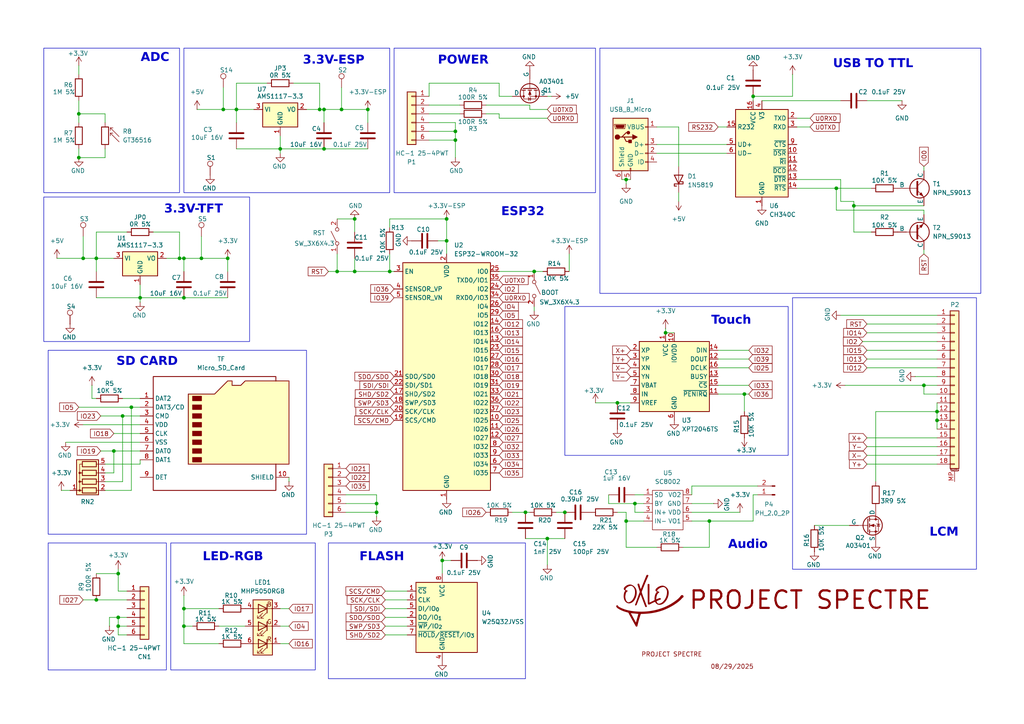
<source format=kicad_sch>
(kicad_sch (version 20250114) (generator "eeschema") (generator_version "9.0")
  (paper "A4")
  (rectangle (start 163.83 88.9) (end 228.6 132.08))
  (rectangle (start 173.99 13.97) (end 284.48 85.09))
  (polyline (pts (xy 187.8471 166.7332) (xy 187.8654 166.7352) (xy 187.8836 166.7384) (xy 187.9015 166.7429) (xy 187.9189 166.7487) (xy 187.9358 166.7558) (xy 187.9519 166.7642) (xy 187.9673 166.774) (xy 187.9746 166.7794) (xy 187.9817 166.7852) (xy 187.9885 166.7913) (xy 187.9951 166.7978) (xy 188.0013 166.8047) (xy 188.0072 166.8119) (xy 188.0128 166.8194) (xy 188.018 166.8274) (xy 188.0229 166.8357) (xy 188.0273 166.8444) (xy 188.0314 166.8535) (xy 188.0351 166.8629) (xy 188.0382 166.8735) (xy 188.0406 166.8846) (xy 188.0424 166.896) (xy 188.0436 166.9078) (xy 188.0441 166.9199) (xy 188.0441 166.9322) (xy 188.0435 166.9446) (xy 188.0424 166.9572) (xy 188.0408 166.9698) (xy 188.0387 166.9823) (xy 188.036 166.9948) (xy 188.033 167.0072) (xy 188.0295 167.0194) (xy 188.0256 167.0313) (xy 188.0213 167.0429) (xy 188.0167 167.0542) (xy 187.8015 167.5523) (xy 187.5836 168.049) (xy 187.3671 168.5457) (xy 187.1561 169.0438) (xy 186.9021 169.665) (xy 186.6522 170.2873) (xy 186.1594 171.5336) (xy 186.1536 171.5505) (xy 186.1484 171.568) (xy 186.1439 171.586) (xy 186.1401 171.6045) (xy 186.137 171.6234) (xy 186.1346 171.6426) (xy 186.1329 171.662) (xy 186.1318 171.6816) (xy 186.1315 171.7013) (xy 186.1318 171.721) (xy 186.1329 171.7406) (xy 186.1346 171.7601) (xy 186.137 171.7794) (xy 186.1401 171.7984) (xy 186.1439 171.817) (xy 186.1484 171.8352) (xy 186.1765 171.9371) (xy 186.2057 172.0386) (xy 186.236 172.1398) (xy 186.2675 172.2406) (xy 186.3001 172.3412) (xy 186.3341 172.4413) (xy 186.3693 172.5411) (xy 186.4058 172.6406) (xy 187.5165 175.5791) (xy 187.5753 175.7115) (xy 187.5898 175.7438) (xy 187.6015 175.7745) (xy 187.6063 175.7893) (xy 187.6103 175.8037) (xy 187.6136 175.8177) (xy 187.6162 175.8314) (xy 187.6181 175.8447) (xy 187.6192 175.8576) (xy 187.6195 175.8703) (xy 187.6191 175.8825) (xy 187.6179 175.8945) (xy 187.616 175.9061) (xy 187.6133 175.9175) (xy 187.6098 175.9285) (xy 187.6056 175.9392) (xy 187.6005 175.9496) (xy 187.5946 175.9597) (xy 187.588 175.9696) (xy 187.5805 175.9791) (xy 187.5722 175.9884) (xy 187.5631 175.9975) (xy 187.5531 176.0063) (xy 187.5423 176.0148) (xy 187.5307 176.0231) (xy 187.5182 176.0312) (xy 187.5049 176.039) (xy 187.4907 176.0466) (xy 187.4757 176.054) (xy 187.4429 176.0682) (xy 187.4249 176.0745) (xy 187.4068 176.0795) (xy 187.3887 176.0832) (xy 187.3707 176.0856) (xy 187.3527 176.0865) (xy 187.335 176.0859) (xy 187.3175 176.0838) (xy 187.3089 176.0822) (xy 187.3004 176.0802) (xy 187.292 176.0777) (xy 187.2838 176.0749) (xy 187.2756 176.0716) (xy 187.2676 176.0679) (xy 187.2597 176.0637) (xy 187.252 176.0591) (xy 187.2445 176.0541) (xy 187.2371 176.0486) (xy 187.2299 176.0426) (xy 187.2229 176.0362) (xy 187.2161 176.0293) (xy 187.2095 176.0219) (xy 187.2032 176.014) (xy 187.197 176.0056) (xy 187.1912 175.9967) (xy 187.1855 175.9873) (xy 187.1499 175.9232) (xy 187.1325 175.8906) (xy 187.1156 175.8577) (xy 187.0995 175.8244) (xy 187.0841 175.7908) (xy 187.0699 175.7568) (xy 187.0568 175.7225) (xy 185.9939 172.9017) (xy 185.9559 172.7996) (xy 185.919 172.6971) (xy 185.8827 172.594) (xy 185.8468 172.4898) (xy 185.844 172.4918) (xy 185.8411 172.4935) (xy 185.8382 172.4949) (xy 185.8352 172.4962) (xy 185.8321 172.4973) (xy 185.8289 172.4982) (xy 185.8257 172.4989) (xy 185.8225 172.4995) (xy 185.8192 172.4999) (xy 185.8158 172.5003) (xy 185.8125 172.5005) (xy 185.8091 172.5007) (xy 185.8022 172.5008) (xy 185.7953 172.5008) (xy 185.7755 172.545) (xy 185.7553 172.5891) (xy 185.7455 172.6112) (xy 185.7359 172.6332) (xy 185.7267 172.6553) (xy 185.7181 172.6774) (xy 185.1991 174.0128) (xy 184.9418 174.6814) (xy 184.6883 175.3511) (xy 184.683 175.3639) (xy 184.6774 175.3763) (xy 184.6715 175.3883) (xy 184.6653 175.3998) (xy 184.6589 175.4109) (xy 184.6522 175.4216) (xy 184.6452 175.4319) (xy 184.638 175.4419) (xy 184.6306 175.4514) (xy 184.6229 175.4606) (xy 184.6069 175.478) (xy 184.5901 175.4942) (xy 184.5725 175.5092) (xy 184.5542 175.5232) (xy 184.5353 175.5362) (xy 184.5159 175.5485) (xy 184.496 175.56) (xy 184.4756 175.5709) (xy 184.4548 175.5814) (xy 184.4125 175.6012) (xy 184.4002 175.6062) (xy 184.3879 175.6102) (xy 184.3759 175.6134) (xy 184.364 175.6156) (xy 184.3523 175.6169) (xy 184.3409 175.6173) (xy 184.3297 175.6169) (xy 184.3187 175.6157) (xy 184.3081 175.6137) (xy 184.2978 175.6109) (xy 184.2879 175.6074) (xy 184.2783 175.6032) (xy 184.2691 175.5982) (xy 184.2604 175.5926) (xy 184.2521 175.5864) (xy 184.2443 175.5795) (xy 184.2369 175.5721) (xy 184.2301 175.5641) (xy 184.2238 175.5555) (xy 184.2181 175.5465) (xy 184.213 175.5369) (xy 184.2085 175.5269) (xy 184.2047 175.5164) (xy 184.2015 175.5055) (xy 184.199 175.4942) (xy 184.1972 175.4825) (xy 184.1962 175.4705) (xy 184.1959 175.4582) (xy 184.1964 175.4456) (xy 184.1977 175.4327) (xy 184.1999 175.4196) (xy 184.2029 175.4062) (xy 184.208 175.3849) (xy 184.2135 175.3638) (xy 184.2259 175.3219) (xy 184.2396 175.2805) (xy 184.2544 175.2394) (xy 184.3169 175.0752) (xy 185.5158 171.7947) (xy 185.524 171.7714) (xy 185.5307 171.7485) (xy 185.536 171.7258) (xy 185.54 171.7033) (xy 185.5426 171.681) (xy 185.544 171.6589) (xy 185.5443 171.6369) (xy 185.5434 171.615) (xy 185.5415 171.5931) (xy 185.5387 171.5712) (xy 185.5349 171.5493) (xy 185.5303 171.5273) (xy 185.5249 171.5053) (xy 185.5188 171.483) (xy 185.5121 171.4606) (xy 185.5048 171.438) (xy 185.2423 170.6248) (xy 184.9826 169.8088) (xy 184.9746 169.7852) (xy 184.9673 169.7612) (xy 184.9605 169.7371) (xy 184.9541 169.7127) (xy 184.948 169.6881) (xy 184.9422 169.6634) (xy 184.9311 169.6138) (xy 184.9262 169.592) (xy 184.9225 169.5708) (xy 184.92 169.5501) (xy 184.9186 169.5299) (xy 184.9184 169.5104) (xy 184.9193 169.4915) (xy 184.9213 169.4732) (xy 184.9244 169.4556) (xy 184.9285 169.4387) (xy 184.9336 169.4225) (xy 184.9398 169.407) (xy 184.9469 169.3923) (xy 184.955 169.3783) (xy 184.9641 169.3651) (xy 184.974 169.3528) (xy 184.9849 169.3412) (xy 184.9966 169.3305) (xy 185.0092 169.3207) (xy 185.0226 169.3118) (xy 185.0368 169.3038) (xy 185.0518 169.2967) (xy 185.0675 169.2906) (xy 185.084 169.2854) (xy 185.1012 169.2813) (xy 185.1191 169.2782) (xy 185.1377 169.2761) (xy 185.1569 169.275) (xy 185.1768 169.2751) (xy 185.1973 169.2763) (xy 185.2183 169.2785) (xy 185.2399 169.2819) (xy 185.2621 169.2865) (xy 185.2725 169.2891) (xy 185.2824 169.292) (xy 185.2918 169.2953) (xy 185.3007 169.2989) (xy 185.3091 169.3028) (xy 185.3171 169.3069) (xy 185.3247 169.3114) (xy 185.3318 169.3162) (xy 185.3386 169.3213) (xy 185.3449 169.3267) (xy 185.3509 169.3323) (xy 185.3566 169.3382) (xy 185.3619 169.3443) (xy 185.3669 169.3507) (xy 185.3716 169.3574) (xy 185.3761 169.3642) (xy 185.3803 169.3713) (xy 185.3842 169.3786) (xy 185.3879 169.3862) (xy 185.3914 169.3939) (xy 185.3979 169.4099) (xy 185.4038 169.4267) (xy 185.4092 169.4441) (xy 185.4142 169.4622) (xy 185.4239 169.4998) (xy 185.5173 169.8296) (xy 185.6142 170.1577) (xy 185.81 170.8128) (xy 185.8615 170.8201) (xy 185.8741 170.7955) (xy 185.8869 170.771) (xy 185.9126 170.7222) (xy 185.9252 170.6976) (xy 185.9376 170.6727) (xy 185.9495 170.6474) (xy 185.9608 170.6215) (xy 187.3584 167.2013) (xy 187.3771 167.1573) (xy 187.397 167.1135) (xy 187.4388 167.0261) (xy 187.4597 166.9822) (xy 187.4799 166.938) (xy 187.499 166.8934) (xy 187.508 166.8709) (xy 187.5165 166.8482) (xy 187.5216 166.835) (xy 187.527 166.8228) (xy 187.5329 166.8117) (xy 187.5392 166.8015) (xy 187.5459 166.7923) (xy 187.5529 166.784) (xy 187.5602 166.7765) (xy 187.5679 166.7699) (xy 187.5758 166.764) (xy 187.584 166.7588) (xy 187.5925 166.7543) (xy 187.6012 166.7504) (xy 187.6101 166.7471) (xy 187.6192 166.7443) (xy 187.6285 166.742) (xy 187.6379 166.7402) (xy 187.6474 166.7387) (xy 187.6571 166.7376) (xy 187.6766 166.7363) (xy 187.6964 166.7359) (xy 187.7161 166.736) (xy 187.7551 166.7362) (xy 187.774 166.7357) (xy 187.7923 166.7342) (xy 187.8104 166.7327) (xy 187.8287 166.7323) (xy 187.8471 166.7332)) (stroke (width -0.0001) (type solid) (color 132 0 0 1)) (fill (type color) (color 132 0 0 1)))
  (rectangle (start 53.34 13.97) (end 113.03 55.88))
  (rectangle (start 95.25 157.48) (end 152.4 196.85))
  (rectangle (start 12.7 57.15) (end 72.39 99.06))
  (rectangle (start 49.53 157.48) (end 91.44 194.31))
  (polyline (pts (xy 182.7977 169.5361) (xy 182.889 169.5446) (xy 182.9789 169.5588) (xy 183.0675 169.5784) (xy 183.1547 169.6033) (xy 183.2406 169.6332) (xy 183.3251 169.6679) (xy 183.4081 169.7073) (xy 183.4898 169.7511) (xy 183.57 169.7992) (xy 183.6488 169.8513) (xy 183.7261 169.9073) (xy 183.802 169.9669) (xy 183.8717 170.0254) (xy 183.9382 170.0852) (xy 184.0015 170.1461) (xy 184.0616 170.2082) (xy 184.1186 170.2715) (xy 184.1725 170.3359) (xy 184.2235 170.4013) (xy 184.2714 170.4679) (xy 184.3164 170.5356) (xy 184.3585 170.6043) (xy 184.3978 170.674) (xy 184.4343 170.7448) (xy 184.499 170.8893) (xy 184.5532 171.0376) (xy 184.5971 171.1895) (xy 184.6311 171.345) (xy 184.6556 171.5038) (xy 184.6709 171.6658) (xy 184.6774 171.8309) (xy 184.6755 171.9988) (xy 184.6655 172.1695) (xy 184.6479 172.3427) (xy 184.6325 172.4567) (xy 184.6138 172.5696) (xy 184.5919 172.6814) (xy 184.5668 172.7922) (xy 184.5384 172.9019) (xy 184.507 173.0105) (xy 184.4723 173.118) (xy 184.4346 173.2244) (xy 184.3937 173.3297) (xy 184.3498 173.4339) (xy 184.3028 173.5369) (xy 184.2528 173.6388) (xy 184.1997 173.7394) (xy 184.1437 173.839) (xy 184.0847 173.9373) (xy 184.0227 174.0344) (xy 183.9849 174.0904) (xy 183.9459 174.1451) (xy 183.9058 174.1986) (xy 183.8645 174.2507) (xy 183.8219 174.3016) (xy 183.7781 174.3512) (xy 183.733 174.3995) (xy 183.6866 174.4464) (xy 183.6389 174.4919) (xy 183.5898 174.536) (xy 183.5393 174.5787) (xy 183.4874 174.6199) (xy 183.4341 174.6597) (xy 183.3792 174.698) (xy 183.3229 174.7347) (xy 183.2651 174.77) (xy 183.1966 174.8085) (xy 183.1276 174.8435) (xy 183.0582 174.8748) (xy 182.9886 174.9026) (xy 182.9187 174.9268) (xy 182.8488 174.9475) (xy 182.7788 174.9646) (xy 182.7088 174.9783) (xy 182.639 174.9885) (xy 182.5694 174.9952) (xy 182.5001 174.9984) (xy 182.4311 174.9983) (xy 182.3626 174.9947) (xy 182.2947 174.9877) (xy 182.2274 174.9773) (xy 182.1608 174.9635) (xy 182.0951 174.9464) (xy 182.0301 174.926) (xy 181.9662 174.9022) (xy 181.9033 174.8752) (xy 181.8416 174.8448) (xy 181.781 174.8112) (xy 181.7218 174.7744) (xy 181.6639 174.7343) (xy 181.6075 174.691) (xy 181.5526 174.6445) (xy 181.4994 174.5948) (xy 181.4479 174.542) (xy 181.3982 174.486) (xy 181.3504 174.4268) (xy 181.3045 174.3646) (xy 181.2607 174.2992) (xy 181.1998 174.1992) (xy 181.1452 174.0978) (xy 181.0967 173.995) (xy 181.0541 173.891) (xy 181.017 173.7858) (xy 180.9853 173.6794) (xy 180.9588 173.572) (xy 180.9371 173.4635) (xy 180.9201 173.3541) (xy 180.9075 173.2438) (xy 180.899 173.1327) (xy 180.8946 173.0208) (xy 180.8944 173.001) (xy 181.349 173.001) (xy 181.3533 173.0828) (xy 181.3593 173.1641) (xy 181.3671 173.2447) (xy 181.3766 173.3245) (xy 181.3879 173.4035) (xy 181.4009 173.4813) (xy 181.4157 173.5581) (xy 181.4322 173.6336) (xy 181.4505 173.7077) (xy 181.4706 173.7803) (xy 181.4924 173.8513) (xy 181.516 173.9206) (xy 181.5415 173.988) (xy 181.5687 174.0534) (xy 181.5977 174.1167) (xy 181.6285 174.1779) (xy 181.6545 174.2253) (xy 181.6809 174.2703) (xy 181.7076 174.313) (xy 181.7348 174.3533) (xy 181.7624 174.3912) (xy 181.7904 174.4267) (xy 181.8189 174.4599) (xy 181.8479 174.4908) (xy 181.8775 174.5193) (xy 181.9076 174.5454) (xy 181.9383 174.5693) (xy 181.9696 174.5908) (xy 182.0016 174.61) (xy 182.0342 174.6268) (xy 182.0675 174.6414) (xy 182.1015 174.6537) (xy 182.1363 174.6637) (xy 182.1718 174.6713) (xy 182.2082 174.6767) (xy 182.2453 174.6799) (xy 182.2833 174.6807) (xy 182.3222 174.6793) (xy 182.362 174.6756) (xy 182.4027 174.6697) (xy 182.4444 174.6615) (xy 182.487 174.6511) (xy 182.5307 174.6385) (xy 182.5753 174.6236) (xy 182.6211 174.6065) (xy 182.6679 174.5872) (xy 182.7158 174.5657) (xy 182.7649 174.542) (xy 182.8315 174.507) (xy 182.896 174.4698) (xy 182.9585 174.4304) (xy 183.0191 174.3888) (xy 183.0777 174.3452) (xy 183.1345 174.2995) (xy 183.1894 174.2518) (xy 183.2425 174.2022) (xy 183.2939 174.1508) (xy 183.3435 174.0976) (xy 183.3915 174.0426) (xy 183.4378 173.986) (xy 183.4824 173.9278) (xy 183.5255 173.868) (xy 183.5671 173.8067) (xy 183.6071 173.7439) (xy 183.6702 173.6378) (xy 183.73 173.5305) (xy 183.7862 173.422) (xy 183.839 173.3123) (xy 183.8883 173.2014) (xy 183.934 173.0894) (xy 183.976 172.9761) (xy 184.0144 172.8617) (xy 184.0491 172.7462) (xy 184.08 172.6294) (xy 184.1072 172.5115) (xy 184.1305 172.3925) (xy 184.1499 172.2724) (xy 184.1654 172.1511) (xy 184.177 172.0286) (xy 184.1845 171.9051) (xy 184.188 171.8046) (xy 184.1889 171.7045) (xy 184.1868 171.605) (xy 184.1816 171.5061) (xy 184.173 171.408) (xy 184.1609 171.3107) (xy 184.145 171.2143) (xy 184.1252 171.1189) (xy 184.1012 171.0247) (xy 184.0728 170.9317) (xy 184.0398 170.84) (xy 184.0019 170.7497) (xy 183.9591 170.6609) (xy 183.911 170.5737) (xy 183.8575 170.4882) (xy 183.7983 170.4046) (xy 183.7534 170.3462) (xy 183.7069 170.2902) (xy 183.6586 170.2366) (xy 183.6085 170.186) (xy 183.5565 170.1385) (xy 183.5025 170.0945) (xy 183.4748 170.0739) (xy 183.4465 170.0544) (xy 183.4177 170.0358) (xy 183.3883 170.0184) (xy 183.3583 170.0021) (xy 183.3278 169.9869) (xy 183.2968 169.9729) (xy 183.2651 169.9602) (xy 183.2328 169.9488) (xy 183.1999 169.9386) (xy 183.1664 169.9299) (xy 183.1322 169.9225) (xy 183.0974 169.9166) (xy 183.062 169.9122) (xy 183.0258 169.9093) (xy 182.989 169.908) (xy 182.9515 169.9082) (xy 182.9133 169.9102) (xy 182.8744 169.9138) (xy 182.8348 169.9191) (xy 182.7372 169.9371) (xy 182.6417 169.9592) (xy 182.5483 169.9854) (xy 182.457 170.0157) (xy 182.3678 170.05) (xy 182.2808 170.0881) (xy 182.1958 170.1302) (xy 182.113 170.1761) (xy 182.0324 170.2257) (xy 181.9539 170.279) (xy 181.8776 170.3359) (xy 181.8035 170.3964) (xy 181.7316 170.4605) (xy 181.6619 170.5279) (xy 181.5944 170.5988) (xy 181.5292 170.673) (xy 181.521 170.6835) (xy 181.513 170.6944) (xy 181.5052 170.7055) (xy 181.4976 170.7169) (xy 181.4903 170.7286) (xy 181.4832 170.7405) (xy 181.4764 170.7526) (xy 181.4699 170.765) (xy 181.4637 170.7775) (xy 181.4578 170.7901) (xy 181.4522 170.8029) (xy 181.447 170.8158) (xy 181.4421 170.8287) (xy 181.4376 170.8418) (xy 181.4336 170.8548) (xy 181.4299 170.8679) (xy 181.4265 170.8827) (xy 181.424 170.8973) (xy 181.4222 170.9117) (xy 181.4213 170.9259) (xy 181.4211 170.9399) (xy 181.4217 170.9537) (xy 181.4231 170.9672) (xy 181.4251 170.9805) (xy 181.4279 170.9935) (xy 181.4314 171.0063) (xy 181.4356 171.0188) (xy 181.4404 171.0309) (xy 181.4459 171.0428) (xy 181.4521 171.0543) (xy 181.4588 171.0654) (xy 181.4662 171.0762) (xy 181.4742 171.0866) (xy 181.4827 171.0966) (xy 181.4918 171.1062) (xy 181.5015 171.1154) (xy 181.5117 171.1242) (xy 181.5224 171.1325) (xy 181.5335 171.1404) (xy 181.5452 171.1477) (xy 181.5574 171.1546) (xy 181.57 171.161) (xy 181.583 171.1669) (xy 181.5965 171.1722) (xy 181.6103 171.177) (xy 181.6246 171.1812) (xy 181.6392 171.1848) (xy 181.6542 171.1879) (xy 181.6942 171.1967) (xy 181.7341 171.2067) (xy 181.7736 171.218) (xy 181.8128 171.2307) (xy 181.8323 171.2376) (xy 181.8515 171.2449) (xy 181.8706 171.2526) (xy 181.8896 171.2608) (xy 181.9083 171.2695) (xy 181.9268 171.2786) (xy 181.9451 171.2881) (xy 181.9632 171.2982) (xy 181.9732 171.3042) (xy 181.9825 171.3104) (xy 181.9911 171.3168) (xy 181.9991 171.3234) (xy 182.0063 171.3302) (xy 182.0129 171.3371) (xy 182.0188 171.3442) (xy 182.0241 171.3514) (xy 182.0287 171.3588) (xy 182.0326 171.3662) (xy 182.0358 171.3738) (xy 182.0384 171.3814) (xy 182.0403 171.389) (xy 182.0416 171.3967) (xy 182.0423 171.4045) (xy 182.0422 171.4122) (xy 182.0416 171.42) (xy 182.0403 171.4277) (xy 182.0383 171.4354) (xy 182.0357 171.4431) (xy 182.0325 171.4507) (xy 182.0286 171.4583) (xy 182.0241 171.4657) (xy 182.019 171.473) (xy 182.0133 171.4803) (xy 182.0069 171.4874) (xy 181.9999 171.4943) (xy 181.9923 171.5011) (xy 181.9841 171.5077) (xy 181.9753 171.5141) (xy 181.9659 171.5203) (xy 181.9558 171.5263) (xy 181.9109 171.5534) (xy 181.8685 171.5825) (xy 181.8286 171.6135) (xy 181.7911 171.6462) (xy 181.7559 171.6806) (xy 181.723 171.7166) (xy 181.6924 171.7542) (xy 181.6639 171.7933) (xy 181.6375 171.8339) (xy 181.6132 171.8757) (xy 181.5909 171.9189) (xy 181.5705 171.9633) (xy 181.552 172.0088) (xy 181.5353 172.0554) (xy 181.5204 172.1029) (xy 181.5071 172.1515) (xy 181.4813 172.2566) (xy 181.4586 172.3623) (xy 181.4383 172.4684) (xy 181.4198 172.5749) (xy 181.3851 172.7881) (xy 181.349 173.001) (xy 180.8944 173.001) (xy 180.8938 172.9082) (xy 180.8965 172.795) (xy 180.9024 172.6813) (xy 180.9113 172.567) (xy 180.9208 172.4759) (xy 180.9328 172.3847) (xy 180.9474 172.2936) (xy 180.9647 172.203) (xy 180.9847 172.113) (xy 181.0075 172.024) (xy 181.0333 171.9362) (xy 181.0621 171.8499) (xy 181.0766 171.8129) (xy 181.0923 171.7762) (xy 181.1092 171.7398) (xy 181.1272 171.7036) (xy 181.1461 171.6675) (xy 181.1658 171.6315) (xy 181.2074 171.5594) (xy 181.2959 171.4124) (xy 181.3411 171.3363) (xy 181.3858 171.2578) (xy 181.3744 171.2518) (xy 181.3624 171.2451) (xy 181.337 171.2307) (xy 181.3238 171.2236) (xy 181.317 171.2202) (xy 181.3103 171.2169) (xy 181.3034 171.2139) (xy 181.2966 171.2111) (xy 181.2897 171.2085) (xy 181.2828 171.2063) (xy 181.2573 171.1989) (xy 181.2326 171.1905) (xy 181.2088 171.1812) (xy 181.1858 171.1709) (xy 181.1636 171.1597) (xy 181.1423 171.1477) (xy 181.1218 171.1348) (xy 181.1023 171.1211) (xy 181.0837 171.1066) (xy 181.066 171.0913) (xy 181.0493 171.0753) (xy 181.0336 171.0586) (xy 181.0188 171.0412) (xy 181.0051 171.0231) (xy 180.9924 171.0044) (xy 180.9808 170.9852) (xy 180.9702 170.9653) (xy 180.9607 170.9449) (xy 180.9523 170.924) (xy 180.945 170.9026) (xy 180.9389 170.8808) (xy 180.9339 170.8585) (xy 180.9301 170.8358) (xy 180.9275 170.8127) (xy 180.9261 170.7893) (xy 180.9259 170.7656) (xy 180.927 170.7415) (xy 180.9294 170.7172) (xy 180.933 170.6927) (xy 180.9379 170.6679) (xy 180.9442 170.643) (xy 180.9518 170.6179) (xy 180.9589 170.5979) (xy 180.9666 170.5779) (xy 180.9748 170.558) (xy 180.9835 170.5382) (xy 180.9926 170.5185) (xy 181.0023 170.499) (xy 181.0124 170.4797) (xy 181.0231 170.4606) (xy 181.0341 170.4418) (xy 181.0457 170.4233) (xy 181.0577 170.4051) (xy 181.0702 170.3872) (xy 181.0832 170.3697) (xy 181.0966 170.3527) (xy 181.1104 170.3361) (xy 181.1246 170.32) (xy 181.1918 170.249) (xy 181.2607 170.1808) (xy 181.3314 170.1155) (xy 181.404 170.0532) (xy 181.4784 169.9939) (xy 181.5546 169.9377) (xy 181.6327 169.8847) (xy 181.7126 169.835) (xy 181.7944 169.7885) (xy 181.878 169.7455) (xy 181.9635 169.7059) (xy 182.0509 169.6699) (xy 182.1402 169.6374) (xy 182.2313 169.6086) (xy 182.3243 169.5836) (xy 182.4192 169.5624) (xy 182.5158 169.5463) (xy 182.6111 169.5367) (xy 182.705 169.5334) (xy 182.7977 169.5361)) (stroke (width -0.0001) (type solid) (color 132 0 0 1)) (fill (type color) (color 132 0 0 1)))
  (polyline (pts (xy 197.8418 172.5907) (xy 197.8625 172.592) (xy 197.8833 172.5944) (xy 197.904 172.5978) (xy 197.9248 172.6025) (xy 197.9455 172.6082) (xy 197.9661 172.6151) (xy 197.9867 172.623) (xy 198.0072 172.6322) (xy 198.0275 172.6424) (xy 198.0478 172.6538) (xy 198.0679 172.6663) (xy 198.0915 172.6824) (xy 198.1136 172.6993) (xy 198.1341 172.7172) (xy 198.153 172.7358) (xy 198.1704 172.7552) (xy 198.1861 172.7754) (xy 198.2003 172.7961) (xy 198.2129 172.8174) (xy 198.224 172.8392) (xy 198.2335 172.8615) (xy 198.2414 172.8841) (xy 198.2478 172.907) (xy 198.2526 172.9302) (xy 198.2558 172.9536) (xy 198.2575 172.977) (xy 198.2577 173.0006) (xy 198.2563 173.0241) (xy 198.2534 173.0475) (xy 198.249 173.0708) (xy 198.243 173.0939) (xy 198.2355 173.1167) (xy 198.2265 173.1392) (xy 198.2159 173.1614) (xy 198.2039 173.183) (xy 198.1903 173.2041) (xy 198.1752 173.2247) (xy 198.1586 173.2446) (xy 198.1405 173.2637) (xy 198.1209 173.2821) (xy 198.0998 173.2997) (xy 198.0772 173.3163) (xy 198.0531 173.332) (xy 198.0175 173.3548) (xy 197.9823 173.3789) (xy 197.965 173.3915) (xy 197.9479 173.4044) (xy 197.931 173.4177) (xy 197.9143 173.4313) (xy 197.8979 173.4453) (xy 197.8818 173.4596) (xy 197.8659 173.4742) (xy 197.8504 173.4892) (xy 197.8352 173.5046) (xy 197.8204 173.5203) (xy 197.806 173.5363) (xy 197.792 173.5527) (xy 197.7225 173.6333) (xy 197.6517 173.7125) (xy 197.5798 173.7904) (xy 197.5068 173.8669) (xy 197.4327 173.9421) (xy 197.3575 174.0161) (xy 197.204 174.1604) (xy 197.0466 174.3003) (xy 196.8854 174.436) (xy 196.7207 174.5679) (xy 196.5526 174.6964) (xy 196.145 174.9904) (xy 195.7317 175.271) (xy 195.3126 175.5382) (xy 194.8878 175.7919) (xy 194.4573 176.0322) (xy 194.021 176.2591) (xy 193.5789 176.4724) (xy 193.131 176.6723) (xy 192.6773 176.8586) (xy 192.2177 177.0313) (xy 191.7523 177.1905) (xy 191.281 177.3361) (xy 190.8039 177.4681) (xy 190.3208 177.5864) (xy 189.8319 177.6911) (xy 189.337 177.782) (xy 188.9325 177.8455) (xy 188.5274 177.9006) (xy 188.1216 177.9475) (xy 187.7151 177.9861) (xy 187.3079 178.0165) (xy 186.9 178.0386) (xy 186.4915 178.0523) (xy 186.0822 178.0579) (xy 186.0117 178.0583) (xy 185.9828 178.0592) (xy 185.9578 178.061) (xy 185.9465 178.0624) (xy 185.9361 178.064) (xy 185.9263 178.0661) (xy 185.9173 178.0685) (xy 185.9089 178.0714) (xy 185.901 178.0748) (xy 185.8937 178.0787) (xy 185.8868 178.0831) (xy 185.8804 178.0882) (xy 185.8743 178.0939) (xy 185.8686 178.1002) (xy 185.8631 178.1072) (xy 185.8578 178.115) (xy 185.8527 178.1236) (xy 185.8477 178.133) (xy 185.8427 178.1432) (xy 185.8328 178.1664) (xy 185.8225 178.1934) (xy 185.799 178.2601) (xy 185.6655 178.6594) (xy 185.5381 179.0601) (xy 185.4164 179.4622) (xy 185.3002 179.8659) (xy 185.1894 180.2711) (xy 185.0838 180.6779) (xy 184.983 181.0864) (xy 184.8869 181.4965) (xy 184.879 181.5304) (xy 184.8703 181.5616) (xy 184.8607 181.5903) (xy 184.8502 181.6164) (xy 184.8387 181.6402) (xy 184.8326 181.6512) (xy 184.8261 181.6616) (xy 184.8194 181.6714) (xy 184.8123 181.6806) (xy 184.805 181.6893) (xy 184.7973 181.6974) (xy 184.7893 181.705) (xy 184.7809 181.712) (xy 184.7722 181.7185) (xy 184.7631 181.7245) (xy 184.7537 181.7299) (xy 184.7439 181.7349) (xy 184.7336 181.7393) (xy 184.723 181.7432) (xy 184.7119 181.7467) (xy 184.7005 181.7496) (xy 184.6886 181.7521) (xy 184.6762 181.7541) (xy 184.6501 181.7568) (xy 184.6221 181.7576) (xy 184.6024 181.7563) (xy 184.583 181.7537) (xy 184.5642 181.7498) (xy 184.5458 181.7447) (xy 184.5279 181.7384) (xy 184.5105 181.7308) (xy 184.4936 181.7221) (xy 184.4773 181.7121) (xy 184.4616 181.701) (xy 184.4464 181.6888) (xy 184.4318 181.6754) (xy 184.4179 181.6609) (xy 184.4045 181.6453) (xy 184.3918 181.6287) (xy 184.3798 181.6109) (xy 184.3684 181.5921) (xy 182.5295 178.2601) (xy 182.5008 178.2076) (xy 182.4725 178.1546) (xy 182.4448 178.1014) (xy 182.4178 178.0477) (xy 182.3917 177.9938) (xy 182.3666 177.9395) (xy 182.3426 177.8848) (xy 182.3214 177.8335) (xy 182.9635 177.8335) (xy 184.4456 180.5697) (xy 185.1481 178.0579) (xy 182.9635 177.8335) (xy 182.3214 177.8335) (xy 182.3199 177.8298) (xy 182.3153 177.8187) (xy 182.3105 177.8079) (xy 182.3055 177.7975) (xy 182.3002 177.7875) (xy 182.2948 177.7779) (xy 182.2891 177.7686) (xy 182.2832 177.7597) (xy 182.2771 177.7512) (xy 182.2708 177.743) (xy 182.2642 177.7351) (xy 182.2574 177.7275) (xy 182.2504 177.7203) (xy 182.2432 177.7133) (xy 182.2357 177.7067) (xy 182.228 177.7003) (xy 182.2201 177.6942) (xy 182.2037 177.6829) (xy 182.1863 177.6725) (xy 182.168 177.6631) (xy 182.1487 177.6545) (xy 182.1286 177.6468) (xy 182.1075 177.6397) (xy 182.0854 177.6334) (xy 182.0625 177.6276) (xy 181.7713 177.5566) (xy 181.4828 177.4785) (xy 181.1972 177.3924) (xy 180.9146 177.298) (xy 180.6352 177.1943) (xy 180.3594 177.0809) (xy 180.0873 176.9571) (xy 179.8191 176.8222) (xy 179.7285 176.7729) (xy 179.639 176.7218) (xy 179.5503 176.669) (xy 179.4623 176.6148) (xy 179.3751 176.5594) (xy 179.2884 176.5031) (xy 179.1166 176.3882) (xy 179.0955 176.3733) (xy 179.0749 176.3576) (xy 179.0547 176.3412) (xy 179.035 176.3241) (xy 179.0156 176.3064) (xy 178.9967 176.2881) (xy 178.9781 176.2694) (xy 178.9599 176.2503) (xy 178.9242 176.211) (xy 178.8896 176.171) (xy 178.8224 176.0903) (xy 178.8144 176.0797) (xy 178.8069 176.0686) (xy 178.7998 176.0571) (xy 178.7933 176.0452) (xy 178.7872 176.033) (xy 178.7815 176.0205) (xy 178.7762 176.0077) (xy 178.7714 175.9947) (xy 178.7669 175.9815) (xy 178.7628 175.9682) (xy 178.7591 175.9548) (xy 178.7557 175.9413) (xy 178.7526 175.9279) (xy 178.7498 175.9145) (xy 178.7452 175.888) (xy 178.7414 175.862) (xy 178.7396 175.8364) (xy 178.7397 175.8114) (xy 178.7417 175.7869) (xy 178.7455 175.7632) (xy 178.7511 175.7403) (xy 178.7584 175.7183) (xy 178.7672 175.6972) (xy 178.7777 175.6773) (xy 178.7896 175.6585) (xy 178.8029 175.6409) (xy 178.8176 175.6248) (xy 178.8336 175.61) (xy 178.8508 175.5968) (xy 178.8691 175.5853) (xy 178.8886 175.5754) (xy 178.9086 175.5673) (xy 178.9297 175.561) (xy 178.9517 175.5564) (xy 178.9744 175.5536) (xy 178.9976 175.5527) (xy 179.0209 175.5536) (xy 179.0443 175.5564) (xy 179.0674 175.5612) (xy 179.0901 175.5678) (xy 179.1012 175.5719) (xy 179.112 175.5765) (xy 179.1227 175.5815) (xy 179.133 175.5871) (xy 179.1431 175.5931) (xy 179.1529 175.5997) (xy 179.1623 175.6068) (xy 179.1713 175.6144) (xy 179.1799 175.6225) (xy 179.1881 175.6312) (xy 179.1958 175.6403) (xy 179.2031 175.65) (xy 179.2098 175.6603) (xy 179.2159 175.671) (xy 179.2329 175.7027) (xy 179.2509 175.7331) (xy 179.2698 175.7622) (xy 179.2895 175.79) (xy 179.31 175.8166) (xy 179.3314 175.8421) (xy 179.3534 175.8665) (xy 179.3762 175.8899) (xy 179.3997 175.9123) (xy 179.4238 175.9337) (xy 179.4739 175.974) (xy 179.526 176.0112) (xy 179.58 176.0457) (xy 179.6356 176.0779) (xy 179.6924 176.1082) (xy 179.7501 176.1371) (xy 179.8086 176.1649) (xy 179.9264 176.2191) (xy 180.0434 176.2742) (xy 180.2553 176.3745) (xy 180.4688 176.4689) (xy 180.6839 176.5574) (xy 180.9007 176.6403) (xy 181.1189 176.7177) (xy 181.3385 176.7899) (xy 181.5596 176.857) (xy 181.782 176.9192) (xy 182.0058 176.9767) (xy 182.2307 177.0296) (xy 182.6841 177.1229) (xy 183.1418 177.2003) (xy 183.6034 177.2635) (xy 184.0802 177.3151) (xy 184.556 177.3555) (xy 185.031 177.3846) (xy 185.5051 177.4021) (xy 185.9782 177.4081) (xy 186.4504 177.4023) (xy 186.9217 177.3846) (xy 187.3919 177.355) (xy 187.8612 177.3132) (xy 188.3295 177.2592) (xy 188.7967 177.1928) (xy 189.2629 177.114) (xy 189.728 177.0226) (xy 190.1921 176.9184) (xy 190.6551 176.8014) (xy 191.117 176.6714) (xy 191.4803 176.5589) (xy 191.8395 176.4382) (xy 192.1944 176.3091) (xy 192.5451 176.1718) (xy 192.8915 176.0262) (xy 193.2338 175.8725) (xy 193.5718 175.7105) (xy 193.9056 175.5405) (xy 194.2352 175.3623) (xy 194.5605 175.1761) (xy 194.8816 174.9818) (xy 195.1985 174.7795) (xy 195.5112 174.5693) (xy 195.8197 174.3511) (xy 196.1239 174.125) (xy 196.4239 173.891) (xy 196.568 173.7719) (xy 196.6384 173.7108) (xy 196.7078 173.6487) (xy 196.776 173.5856) (xy 196.8431 173.5215) (xy 196.909 173.4563) (xy 196.9737 173.3899) (xy 197.0373 173.3225) (xy 197.0996 173.2539) (xy 197.1606 173.1841) (xy 197.2204 173.1132) (xy 197.2788 173.041) (xy 197.336 172.9677) (xy 197.3918 172.893) (xy 197.4463 172.8171) (xy 197.4621 172.7956) (xy 197.4782 172.7751) (xy 197.4948 172.7557) (xy 197.5118 172.7373) (xy 197.5291 172.7201) (xy 197.5469 172.7038) (xy 197.5649 172.6887) (xy 197.5833 172.6746) (xy 197.6019 172.6616) (xy 197.6208 172.6497) (xy 197.64 172.6389) (xy 197.6595 172.6291) (xy 197.6791 172.6205) (xy 197.6989 172.6129) (xy 197.719 172.6064) (xy 197.7392 172.6011) (xy 197.7595 172.5968) (xy 197.7799 172.5936) (xy 197.8005 172.5915) (xy 197.8211 172.5906) (xy 197.8418 172.5907)) (stroke (width -0.0001) (type solid) (color 132 0 0 1)) (fill (type color) (color 132 0 0 1)))
  (rectangle (start 13.97 101.6) (end 88.9 154.94))
  (rectangle (start 114.3 13.97) (end 172.72 55.88))
  (rectangle (start 13.97 157.48) (end 48.26 194.31))
  (rectangle (start 12.7 13.97) (end 52.07 55.88))
  (polyline (pts (xy 188.0729 169.3627) (xy 188.1344 169.3638) (xy 188.1623 169.3645) (xy 188.1883 169.3669) (xy 188.2006 169.3687) (xy 188.2124 169.3709) (xy 188.2237 169.3736) (xy 188.2346 169.3766) (xy 188.2449 169.3801) (xy 188.2548 169.3841) (xy 188.2643 169.3884) (xy 188.2732 169.3932) (xy 188.2817 169.3985) (xy 188.2898 169.4042) (xy 188.2973 169.4104) (xy 188.3045 169.4171) (xy 188.3111 169.4242) (xy 188.3173 169.4318) (xy 188.3231 169.4399) (xy 188.3284 169.4485) (xy 188.3333 169.4576) (xy 188.3378 169.4672) (xy 188.3418 169.4773) (xy 188.3454 169.4879) (xy 188.3485 169.499) (xy 188.3512 169.5106) (xy 188.3535 169.5228) (xy 188.3554 169.5355) (xy 188.3568 169.5488) (xy 188.3579 169.5625) (xy 188.3587 169.5918) (xy 188.3665 170.4634) (xy 188.3675 170.8992) (xy 188.3661 171.335) (xy 188.3619 172.1882) (xy 188.355 173.0415) (xy 188.3523 173.7402) (xy 188.355 174.439) (xy 188.3584 174.5127) (xy 188.3628 174.5925) (xy 188.3734 174.7847) (xy 188.7265 174.6178) (xy 188.8885 174.5411) (xy 189.0464 174.4647) (xy 189.2108 174.3831) (xy 189.3742 174.3002) (xy 189.5383 174.2186) (xy 189.6211 174.1791) (xy 189.7047 174.1411) (xy 189.7265 174.1306) (xy 189.7464 174.1198) (xy 189.7556 174.1142) (xy 189.7643 174.1085) (xy 189.7726 174.1027) (xy 189.7805 174.0968) (xy 189.7879 174.0907) (xy 189.7949 174.0845) (xy 189.8014 174.0781) (xy 189.8075 174.0715) (xy 189.8132 174.0647) (xy 189.8185 174.0577) (xy 189.8234 174.0506) (xy 189.8279 174.0432) (xy 189.8321 174.0356) (xy 189.8358 174.0277) (xy 189.8392 174.0196) (xy 189.8422 174.0113) (xy 189.8448 174.0026) (xy 189.8471 173.9938) (xy 189.849 173.9846) (xy 189.8506 173.9751) (xy 189.8518 173.9653) (xy 189.8528 173.9552) (xy 189.8534 173.9448) (xy 189.8537 173.934) (xy 189.8533 173.9114) (xy 189.8518 173.8873) (xy 189.8446 173.7954) (xy 190.3226 173.7954) (xy 190.3364 173.801) (xy 190.3433 173.8039) (xy 190.3502 173.8069) (xy 190.3571 173.8101) (xy 190.364 173.8135) (xy 190.3709 173.8172) (xy 190.3778 173.8211) (xy 190.58 173.7439) (xy 190.7328 173.682) (xy 190.8867 173.6212) (xy 190.9634 173.5902) (xy 191.0398 173.5582) (xy 191.1156 173.525) (xy 191.1905 173.4901) (xy 191.2073 173.4826) (xy 191.2238 173.4759) (xy 191.24 173.47) (xy 191.2559 173.4649) (xy 191.2716 173.4605) (xy 191.2871 173.4569) (xy 191.3023 173.4541) (xy 191.3173 173.452) (xy 191.3321 173.4506) (xy 191.3466 173.45) (xy 191.3609 173.4501) (xy 191.375 173.4508) (xy 191.389 173.4523) (xy 191.4027 173.4544) (xy 191.4162 173.4573) (xy 191.4296 173.4607) (xy 191.4428 173.4648) (xy 191.4558 173.4696) (xy 191.4814 173.481) (xy 191.5064 173.4947) (xy 191.5308 173.5108) (xy 191.5548 173.5292) (xy 191.5784 173.5497) (xy 191.6016 173.5723) (xy 191.6245 173.5968) (xy 191.647 173.6236) (xy 191.6569 173.6364) (xy 191.666 173.6488) (xy 191.6743 173.6609) (xy 191.6816 173.6726) (xy 191.6882 173.684) (xy 191.6938 173.695) (xy 191.6986 173.7057) (xy 191.7025 173.7162) (xy 191.7055 173.7263) (xy 191.7076 173.7361) (xy 191.7089 173.7457) (xy 191.7092 173.755) (xy 191.7087 173.7641) (xy 191.7073 173.7729) (xy 191.7049 173.7815) (xy 191.7016 173.7898) (xy 191.6975 173.798) (xy 191.6924 173.806) (xy 191.6864 173.8138) (xy 191.6794 173.8214) (xy 191.6716 173.8289) (xy 191.6628 173.8363) (xy 191.653 173.8435) (xy 191.6424 173.8505) (xy 191.6307 173.8575) (xy 191.6182 173.8643) (xy 191.6046 173.8711) (xy 191.5902 173.8778) (xy 191.5583 173.891) (xy 191.1413 174.0607) (xy 190.9341 174.146) (xy 190.7271 174.233) (xy 190.6656 174.2599) (xy 190.612 174.2843) (xy 190.5661 174.3068) (xy 190.5459 174.3177) (xy 190.5276 174.3283) (xy 190.511 174.3388) (xy 190.4963 174.3492) (xy 190.4833 174.3597) (xy 190.472 174.3703) (xy 190.4624 174.3811) (xy 190.4545 174.3922) (xy 190.4482 174.4036) (xy 190.4435 174.4156) (xy 190.4404 174.428) (xy 190.4389 174.441) (xy 190.4389 174.4548) (xy 190.4404 174.4693) (xy 190.4433 174.4846) (xy 190.4477 174.5009) (xy 190.4536 174.5182) (xy 190.4608 174.5366) (xy 190.4793 174.5771) (xy 190.503 174.6229) (xy 190.5318 174.6747) (xy 190.5653 174.7332) (xy 190.6027 174.7938) (xy 190.6215 174.8219) (xy 190.6405 174.8487) (xy 190.6596 174.874) (xy 190.6789 174.898) (xy 190.6984 174.9205) (xy 190.7182 174.9418) (xy 190.7383 174.9616) (xy 190.7587 174.9801) (xy 190.7795 174.9973) (xy 190.8006 175.0132) (xy 190.8221 175.0278) (xy 190.8441 175.041) (xy 190.8665 175.053) (xy 190.8894 175.0637) (xy 190.9129 175.0732) (xy 190.9369 175.0814) (xy 190.9615 175.0884) (xy 190.9867 175.0941) (xy 191.0126 175.0987) (xy 191.0391 175.102) (xy 191.0664 175.1041) (xy 191.0944 175.1051) (xy 191.1232 175.1048) (xy 191.1527 175.1035) (xy 191.1831 175.101) (xy 191.2144 175.0973) (xy 191.2466 175.0925) (xy 191.2796 175.0866) (xy 191.3487 175.0716) (xy 191.4089 175.0561) (xy 191.4683 175.0388) (xy 191.5267 175.0197) (xy 191.5843 174.9986) (xy 191.6409 174.9758) (xy 191.6965 174.9511) (xy 191.7511 174.9247) (xy 191.8047 174.8964) (xy 191.8573 174.8664) (xy 191.9088 174.8346) (xy 191.9593 174.8011) (xy 192.0086 174.7659) (xy 192.0568 174.729) (xy 192.1039 174.6904) (xy 192.1498 174.6501) (xy 192.1945 174.6082) (xy 192.3418 174.4613) (xy 192.4801 174.3104) (xy 192.6095 174.1555) (xy 192.7299 173.9965) (xy 192.8412 173.8334) (xy 192.9434 173.6662) (xy 193.0365 173.4949) (xy 193.1204 173.3196) (xy 193.1951 173.1402) (xy 193.2605 172.9566) (xy 193.3166 172.769) (xy 193.3634 172.5772) (xy 193.4007 172.3813) (xy 193.4287 172.1814) (xy 193.4471 171.9772) (xy 193.456 171.769) (xy 193.4563 171.7043) (xy 193.4546 171.6399) (xy 193.4508 171.5758) (xy 193.4448 171.5121) (xy 193.4367 171.4487) (xy 193.4265 171.3857) (xy 193.414 171.3231) (xy 193.3995 171.261) (xy 193.3827 171.1994) (xy 193.3637 171.1382) (xy 193.3424 171.0776) (xy 193.319 171.0175) (xy 193.2932 170.958) (xy 193.2652 170.8992) (xy 193.2349 170.8409) (xy 193.2022 170.7834) (xy 193.1796 170.7464) (xy 193.156 170.7106) (xy 193.1313 170.676) (xy 193.1057 170.6427) (xy 193.079 170.6106) (xy 193.0515 170.5798) (xy 193.023 170.5503) (xy 192.9936 170.5221) (xy 192.9634 170.4952) (xy 192.9324 170.4697) (xy 192.9006 170.4455) (xy 192.868 170.4228) (xy 192.8347 170.4014) (xy 192.8007 170.3814) (xy 192.7659 170.3628) (xy 192.7306 170.3457) (xy 192.6946 170.3301) (xy 192.658 170.3159) (xy 192.6208 170.3032) (xy 192.5831 170.2921) (xy 192.5449 170.2825) (xy 192.5062 170.2745) (xy 192.4671 170.268) (xy 192.4275 170.2631) (xy 192.3875 170.2598) (xy 192.3472 170.2581) (xy 192.3065 170.2581) (xy 192.2655 170.2597) (xy 192.2242 170.263) (xy 192.1827 170.268) (xy 192.1409 170.2747) (xy 192.0989 170.2832) (xy 192.0025 170.3062) (xy 191.9076 170.3325) (xy 191.8143 170.362) (xy 191.7227 170.3948) (xy 191.6326 170.4308) (xy 191.5443 170.47) (xy 191.4576 170.5125) (xy 191.3726 170.5581) (xy 191.2893 170.6069) (xy 191.2078 170.6589) (xy 191.1281 170.7141) (xy 191.0501 170.7724) (xy 190.9739 170.8339) (xy 190.8996 170.8985) (xy 190.8272 170.9663) (xy 190.7566 171.0371) (xy 190.7476 171.0469) (xy 190.7388 171.0571) (xy 190.7302 171.0675) (xy 190.7216 171.0783) (xy 190.7133 171.0892) (xy 190.7051 171.1005) (xy 190.6972 171.1119) (xy 190.6894 171.1235) (xy 190.682 171.1353) (xy 190.6748 171.1473) (xy 190.668 171.1594) (xy 190.6614 171.1716) (xy 190.6552 171.1839) (xy 190.6494 171.1962) (xy 190.6439 171.2086) (xy 190.6389 171.221) (xy 190.6335 171.2364) (xy 190.629 171.2517) (xy 190.6254 171.2667) (xy 190.6227 171.2815) (xy 190.6208 171.2961) (xy 190.6199 171.3105) (xy 190.6197 171.3246) (xy 190.6204 171.3384) (xy 190.6219 171.3519) (xy 190.6241 171.3652) (xy 190.6272 171.3781) (xy 190.631 171.3907) (xy 190.6356 171.403) (xy 190.6409 171.4149) (xy 190.6469 171.4264) (xy 190.6536 171.4375) (xy 190.661 171.4483) (xy 190.6691 171.4586) (xy 190.6778 171.4685) (xy 190.6872 171.478) (xy 190.6972 171.487) (xy 190.7079 171.4955) (xy 190.7191 171.5036) (xy 190.7309 171.5111) (xy 190.7433 171.5182) (xy 190.7563 171.5247) (xy 190.7698 171.5307) (xy 190.7838 171.5361) (xy 190.7983 171.541) (xy 190.8133 171.5452) (xy 190.8289 171.5489) (xy 190.8448 171.552) (xy 190.8807 171.5594) (xy 190.9164 171.568) (xy 190.9518 171.5777) (xy 190.9869 171.5888) (xy 191.0042 171.5948) (xy 191.0214 171.6012) (xy 191.0385 171.608) (xy 191.0553 171.6151) (xy 191.072 171.6226) (xy 191.0884 171.6305) (xy 191.1047 171.6389) (xy 191.1207 171.6476) (xy 191.133 171.6546) (xy 191.1445 171.6618) (xy 191.1552 171.6692) (xy 191.1651 171.6768) (xy 191.1742 171.6845) (xy 191.1825 171.6924) (xy 191.1899 171.7004) (xy 191.1966 171.7085) (xy 191.2024 171.7167) (xy 191.2074 171.725) (xy 191.2116 171.7334) (xy 191.215 171.7418) (xy 191.2176 171.7503) (xy 191.2193 171.7588) (xy 191.2203 171.7673) (xy 191.2204 171.7759) (xy 191.2198 171.7844) (xy 191.2183 171.7929) (xy 191.216 171.8014) (xy 191.2129 171.8098) (xy 191.209 171.8181) (xy 191.2043 171.8264) (xy 191.1988 171.8345) (xy 191.1925 171.8426) (xy 191.1854 171.8505) (xy 191.1775 171.8583) (xy 191.1688 171.866) (xy 191.1593 171.8734) (xy 191.149 171.8807) (xy 191.1379 171.8878) (xy 191.126 171.8947) (xy 191.1133 171.9014) (xy 191.0788 171.9199) (xy 191.0455 171.9396) (xy 191.0134 171.9605) (xy 190.9825 171.9824) (xy 190.9527 172.0054) (xy 190.924 172.0295) (xy 190.8963 172.0546) (xy 190.8697 172.0807) (xy 190.8439 172.1077) (xy 190.8191 172.1356) (xy 190.7951 172.1644) (xy 190.772 172.1941) (xy 190.7496 172.2246) (xy 190.7279 172.2559) (xy 190.707 172.2879) (xy 190.6867 172.3206) (xy 190.6553 172.3741) (xy 190.6259 172.4282) (xy 190.5985 172.4829) (xy 190.5729 172.5383) (xy 190.549 172.5942) (xy 190.5269 172.6507) (xy 190.5065 172.7077) (xy 190.4876 172.7652) (xy 190.4703 172.8232) (xy 190.4544 172.8816) (xy 190.4398 172.9404) (xy 190.4265 172.9997) (xy 190.4145 173.0593) (xy 190.4037 173.1193) (xy 190.3851 173.2401) (xy 190.3737 173.309) (xy 190.364 173.378) (xy 190.3556 173.4471) (xy 190.3483 173.5164) (xy 190.3226 173.7954) (xy 189.8446 173.7954) (xy 189.8444 173.7924) (xy 189.8399 173.6977) (xy 189.8383 173.6034) (xy 189.8396 173.5095) (xy 189.8437 173.4158) (xy 189.8506 173.3226) (xy 189.8602 173.2297) (xy 189.8725 173.1371) (xy 189.8875 173.0449) (xy 189.905 172.953) (xy 189.925 172.8614) (xy 189.9475 172.7702) (xy 189.9725 172.6794) (xy 189.9998 172.5889) (xy 190.0295 172.4987) (xy 190.0615 172.4089) (xy 190.0798 172.3609) (xy 190.0991 172.3136) (xy 190.1193 172.2669) (xy 190.1405 172.2209) (xy 190.1628 172.1757) (xy 190.1861 172.1311) (xy 190.2106 172.0873) (xy 190.2362 172.0443) (xy 190.263 172.0022) (xy 190.291 171.9609) (xy 190.3204 171.9204) (xy 190.3511 171.8809) (xy 190.3832 171.8422) (xy 190.4167 171.8046) (xy 190.4516 171.7679) (xy 190.4881 171.7322) (xy 190.4928 171.7273) (xy 190.4975 171.7224) (xy 190.502 171.7173) (xy 190.5064 171.712) (xy 190.5153 171.7011) (xy 190.5244 171.6895) (xy 190.5445 171.6634) (xy 190.556 171.6488) (xy 190.569 171.6329) (xy 190.5595 171.628) (xy 190.5503 171.6231) (xy 190.5329 171.6133) (xy 190.5005 171.5943) (xy 190.4852 171.5857) (xy 190.4777 171.5818) (xy 190.4702 171.5781) (xy 190.4628 171.5747) (xy 190.4553 171.5717) (xy 190.4478 171.569) (xy 190.4403 171.5667) (xy 190.4175 171.5604) (xy 190.3954 171.5531) (xy 190.3739 171.545) (xy 190.3531 171.536) (xy 190.333 171.5261) (xy 190.3137 171.5154) (xy 190.2951 171.504) (xy 190.2773 171.4918) (xy 190.2603 171.4788) (xy 190.2441 171.4652) (xy 190.2288 171.4508) (xy 190.2143 171.4359) (xy 190.2007 171.4203) (xy 190.188 171.404) (xy 190.1762 171.3873) (xy 190.1654 171.3699) (xy 190.1555 171.3521) (xy 190.1467 171.3338) (xy 190.1388 171.315) (xy 190.132 171.2958) (xy 190.1262 171.2761) (xy 190.1215 171.2561) (xy 190.118 171.2357) (xy 190.1155 171.215) (xy 190.1142 171.194) (xy 190.114 171.1727) (xy 190.115 171.1512) (xy 190.1173 171.1295) (xy 190.1207 171.1075) (xy 190.1255 171.0854) (xy 190.1314 171.0632) (xy 190.1387 171.0408) (xy 190.1473 171.0174) (xy 190.1566 170.9941) (xy 190.1665 170.971) (xy 190.1771 170.948) (xy 190.1883 170.9253) (xy 190.2 170.9028) (xy 190.2123 170.8806) (xy 190.2251 170.8587) (xy 190.2385 170.8372) (xy 190.2523 170.816) (xy 190.2667 170.7953) (xy 190.2815 170.775) (xy 190.2967 170.7551) (xy 190.3123 170.7358) (xy 190.3283 170.717) (xy 190.3447 170.6988) (xy 190.4215 170.6231) (xy 190.5005 170.5507) (xy 190.5814 170.4816) (xy 190.6643 170.4158) (xy 190.7492 170.3533) (xy 190.836 170.2941) (xy 190.9248 170.2384) (xy 191.0154 170.1862) (xy 191.1078 170.1374) (xy 191.2021 170.0922) (xy 191.2982 170.0505) (xy 191.3961 170.0125) (xy 191.4957 169.9781) (xy 191.597 169.9473) (xy 191.7 169.9203) (xy 191.8047 169.897) (xy 191.906 169.8797) (xy 192.0059 169.8691) (xy 192.1043 169.8649) (xy 192.2012 169.867) (xy 192.2966 169.8753) (xy 192.3905 169.8897) (xy 192.4829 169.9098) (xy 192.5738 169.9356) (xy 192.6632 169.967) (xy 192.7511 170.0037) (xy 192.8375 170.0456) (xy 192.9223 170.0925) (xy 193.0057 170.1443) (xy 193.0874 170.2008) (xy 193.1677 170.2619) (xy 193.2464 170.3273) (xy 193.3557 170.4284) (xy 193.455 170.5332) (xy 193.5444 170.6413) (xy 193.6243 170.7528) (xy 193.6948 170.8676) (xy 193.7563 170.9854) (xy 193.809 171.1061) (xy 193.8532 171.2297) (xy 193.8891 171.3561) (xy 193.917 171.485) (xy 193.9371 171.6164) (xy 193.9497 171.7501) (xy 193.9551 171.886) (xy 193.9535 172.0241) (xy 193.9452 172.1641) (xy 193.9304 172.3059) (xy 193.9042 172.4844) (xy 193.8712 172.6598) (xy 193.8313 172.8322) (xy 193.7846 173.0014) (xy 193.7312 173.1675) (xy 193.6711 173.3305) (xy 193.6043 173.4903) (xy 193.5309 173.6469) (xy 193.4509 173.8003) (xy 193.3644 173.9504) (xy 193.2713 174.0972) (xy 193.1717 174.2407) (xy 193.0657 174.3808) (xy 192.9533 174.5176) (xy 192.8345 174.651) (xy 192.7094 174.781) (xy 192.6655 174.8238) (xy 192.6207 174.8653) (xy 192.5749 174.9055) (xy 192.5281 174.9444) (xy 192.4805 174.982) (xy 192.4319 175.0182) (xy 192.3824 175.0531) (xy 192.332 175.0867) (xy 192.2807 175.119) (xy 192.2285 175.1499) (xy 192.1754 175.1795) (xy 192.1214 175.2077) (xy 192.0665 175.2346) (xy 192.0108 175.2601) (xy 191.9541 175.2842) (xy 191.8967 175.3069) (xy 191.7765 175.348) (xy 191.6535 175.381) (xy 191.5287 175.4054) (xy 191.4026 175.4208) (xy 191.2761 175.4264) (xy 191.1499 175.4217) (xy 191.0247 175.4061) (xy 190.9628 175.3941) (xy 190.9014 175.3791) (xy 190.8406 175.3611) (xy 190.7805 175.3401) (xy 190.7213 175.3159) (xy 190.663 175.2884) (xy 190.6057 175.2577) (xy 190.5495 175.2236) (xy 190.4945 175.1861) (xy 190.4408 175.1451) (xy 190.3885 175.1004) (xy 190.3376 175.0522) (xy 190.2884 175.0002) (xy 190.2407 174.9444) (xy 190.1949 174.8847) (xy 190.1509 174.8211) (xy 190.1088 174.7534) (xy 190.0688 174.6817) (xy 190.0636 174.672) (xy 190.0584 174.6628) (xy 190.0531 174.6542) (xy 190.0477 174.6461) (xy 190.0423 174.6386) (xy 190.0368 174.6315) (xy 190.0312 174.625) (xy 190.0256 174.619) (xy 190.0198 174.6134) (xy 190.014 174.6084) (xy 190.008 174.6038) (xy 190.0019 174.5998) (xy 189.9957 174.5961) (xy 189.9894 174.593) (xy 189.983 174.5902) (xy 189.9764 174.5879) (xy 189.9697 174.5861) (xy 189.9629 174.5847) (xy 189.9559 174.5836) (xy 189.9487 174.583) (xy 189.9414 174.5828) (xy 189.9339 174.583) (xy 189.9262 174.5836) (xy 189.9183 174.5845) (xy 189.9103 174.5858) (xy 189.902 174.5875) (xy 189.8936 174.5895) (xy 189.885 174.5918) (xy 189.8761 174.5945) (xy 189.867 174.5975) (xy 189.8482 174.6045) (xy 189.7583 174.6399) (xy 189.6695 174.677) (xy 189.4941 174.7558) (xy 189.3215 174.8395) (xy 189.1508 174.9268) (xy 188.8123 175.1067) (xy 188.643 175.1967) (xy 188.4727 175.2849) (xy 188.4411 175.2996) (xy 188.4096 175.312) (xy 188.3783 175.3222) (xy 188.3472 175.3303) (xy 188.3163 175.3362) (xy 188.2855 175.3401) (xy 188.2549 175.342) (xy 188.2245 175.3419) (xy 188.1942 175.3399) (xy 188.1641 175.3361) (xy 188.1342 175.3305) (xy 188.1045 175.3231) (xy 188.0749 175.3141) (xy 188.0455 175.3035) (xy 188.0163 175.2913) (xy 187.9873 175.2775) (xy 187.9828 175.2752) (xy 187.9785 175.2725) (xy 187.9744 175.2694) (xy 187.9704 175.2658) (xy 187.9665 175.2619) (xy 187.9627 175.2577) (xy 187.959 175.2531) (xy 187.9555 175.2482) (xy 187.9521 175.243) (xy 187.9489 175.2376) (xy 187.9428 175.2259) (xy 187.9372 175.2134) (xy 187.9321 175.2003) (xy 187.9275 175.1866) (xy 187.9235 175.1726) (xy 187.9199 175.1583) (xy 187.9169 175.1441) (xy 187.9144 175.13) (xy 187.9124 175.1161) (xy 187.911 175.1027) (xy 187.91 175.0899) (xy 187.8843 174.439) (xy 187.8749 174.1135) (xy 187.8696 173.788) (xy 187.8475 169.7646) (xy 187.8472 169.7465) (xy 187.8465 169.7282) (xy 187.8447 169.6911) (xy 187.8443 169.6725) (xy 187.8444 169.654) (xy 187.8448 169.6448) (xy 187.8454 169.6356) (xy 187.8463 169.6265) (xy 187.8475 169.6175) (xy 187.8512 169.5875) (xy 187.8546 169.5561) (xy 187.8584 169.5244) (xy 187.8606 169.5088) (xy 187.8631 169.4934) (xy 187.8661 169.4785) (xy 187.8696 169.4641) (xy 187.8737 169.4504) (xy 187.8785 169.4375) (xy 187.8841 169.4256) (xy 187.8905 169.4148) (xy 187.8941 169.4098) (xy 187.8979 169.4052) (xy 187.902 169.4008) (xy 187.9063 169.3969) (xy 187.911 169.3929) (xy 187.9159 169.3892) (xy 187.9212 169.3858) (xy 187.9267 169.3828) (xy 187.9325 169.38) (xy 187.9385 169.3774) (xy 187.9513 169.3731) (xy 187.9649 169.3696) (xy 187.9791 169.367) (xy 187.994 169.3651) (xy 188.0093 169.3638) (xy 188.025 169.363) (xy 188.0409 169.3626) (xy 188.0729 169.3627)) (stroke (width -0.0001) (type solid) (color 132 0 0 1)) (fill (type color) (color 132 0 0 1)))
  (rectangle (start 229.87 86.36) (end 283.21 165.1))
  (text "USB TO TTL" (at 253.238 19.304 0) (effects (font (size 2.54 2.54) (bold yes))))
  (text "POWER" (at 134.366 18.288 0) (effects (font (size 2.54 2.54) (bold yes))))
  (text "PROJECT SPECTRE" (at 234.95 174.244 0) (effects (font (size 5.08 5.08) (thickness 0.635))))
  (text "LCM" (at 273.812 155.194 0) (effects (font (size 2.54 2.54) (bold yes))))
  (text "LED-RGB" (at 67.564 162.306 0) (effects (font (size 2.54 2.54) (bold yes))))
  (text "ADC" (at 44.958 17.526 0) (effects (font (size 2.54 2.54) (bold yes))))
  (text "08/29/2025" (at 212.344 193.548 0) (effects (font (size 1.27 1.27))))
  (text "SD CARD" (at 42.672 105.664 0) (effects (font (size 2.54 2.54) (bold yes))))
  (text "FLASH" (at 110.744 162.306 0) (effects (font (size 2.54 2.54) (bold yes))))
  (text "Audio" (at 216.916 158.75 0) (effects (font (size 2.54 2.54) (bold yes))))
  (text "Touch" (at 212.09 93.726 0) (effects (font (size 2.54 2.54) (bold yes))))
  (text "3.3V-ESP" (at 96.774 18.288 0) (effects (font (size 2.54 2.54) (bold yes))))
  (text "PROJECT SPECTRE" (at 194.818 189.992 0) (effects (font (size 1.27 1.27))))
  (text "3.3V-TFT" (at 56.134 61.468 0) (effects (font (size 2.54 2.54) (bold yes))))
  (text "ESP32" (at 151.638 62.23 0) (effects (font (size 2.54 2.54) (bold yes))))
  (junction (at 99.06 31.75))
  (junction (at 129.54 63.5))
  (junction (at 215.9 114.3))
  (junction (at 34.29 166.37))
  (junction (at 34.29 179.07))
  (junction (at 132.08 38.1))
  (junction (at 27.94 74.93))
  (junction (at 66.04 74.93))
  (junction (at 33.02 130.81))
  (junction (at 106.68 31.75))
  (junction (at 113.03 78.74))
  (junction (at 128.27 162.56))
  (junction (at 53.34 86.36))
  (junction (at 242.57 54.61))
  (junction (at 271.78 119.38))
  (junction (at 35.56 120.65))
  (junction (at 22.86 45.72))
  (junction (at 181.61 52.07))
  (junction (at 53.34 181.61))
  (junction (at 38.1 118.11))
  (junction (at 129.54 69.85))
  (junction (at 247.65 59.69))
  (junction (at 92.71 31.75))
  (junction (at 109.22 148.59))
  (junction (at 34.29 181.61))
  (junction (at 53.34 176.53))
  (junction (at 64.77 31.75))
  (junction (at 152.4 148.59))
  (junction (at 158.75 156.21))
  (junction (at 58.42 74.93))
  (junction (at 193.04 96.52))
  (junction (at 93.98 43.18))
  (junction (at 102.87 63.5))
  (junction (at 40.64 86.36))
  (junction (at 132.08 40.64))
  (junction (at 93.98 31.75))
  (junction (at 205.74 151.13))
  (junction (at 22.86 33.02))
  (junction (at 184.15 146.05))
  (junction (at 24.13 74.93))
  (junction (at 53.34 74.93))
  (junction (at 97.79 78.74))
  (junction (at 181.61 151.13))
  (junction (at 154.94 78.74))
  (junction (at 163.83 148.59))
  (junction (at 68.58 31.75))
  (junction (at 102.87 78.74))
  (junction (at 27.94 173.99))
  (junction (at 52.07 74.93))
  (junction (at 109.22 146.05))
  (junction (at 81.28 43.18))
  (junction (at 218.44 27.94))
  (junction (at 271.78 121.92))
  (junction (at 267.97 111.76))
  (junction (at 179.07 116.84))
  (wire (pts (xy 184.15 146.05) (xy 176.53 146.05)))
  (wire (pts (xy 53.34 186.69) (xy 53.34 181.61)))
  (wire (pts (xy 181.61 151.13) (xy 186.69 151.13)))
  (wire (pts (xy 229.87 21.59) (xy 229.87 27.94)))
  (wire (pts (xy 34.29 166.37) (xy 34.29 171.45)))
  (wire (pts (xy 124.46 40.64) (xy 132.08 40.64)))
  (wire (pts (xy 53.34 86.36) (xy 66.04 86.36)))
  (wire (pts (xy 83.82 139.7) (xy 83.82 138.43)))
  (wire (pts (xy 217.17 101.6) (xy 208.28 101.6)))
  (wire (pts (xy 63.5 186.69) (xy 53.34 186.69)))
  (wire (pts (xy 53.34 74.93) (xy 52.07 74.93)))
  (wire (pts (xy 254 139.7) (xy 254 119.38)))
  (wire (pts (xy 40.64 86.36) (xy 53.34 86.36)))
  (wire (pts (xy 24.13 68.58) (xy 24.13 74.93)))
  (wire (pts (xy 27.94 86.36) (xy 40.64 86.36)))
  (wire (pts (xy 144.78 33.02) (xy 140.97 33.02)))
  (wire (pts (xy 113.03 78.74) (xy 114.3 78.74)))
  (wire (pts (xy 124.46 24.13) (xy 144.78 24.13)))
  (wire (pts (xy 22.86 35.56) (xy 22.86 33.02)))
  (wire (pts (xy 22.86 45.72) (xy 22.86 43.18)))
  (wire (pts (xy 68.58 43.18) (xy 81.28 43.18)))
  (wire (pts (xy 196.85 36.83) (xy 190.5 36.83)))
  (wire (pts (xy 102.87 78.74) (xy 113.03 78.74)))
  (wire (pts (xy 124.46 27.94) (xy 124.46 24.13)))
  (wire (pts (xy 40.64 87.63) (xy 40.64 86.36)))
  (wire (pts (xy 97.79 63.5) (xy 102.87 63.5)))
  (wire (pts (xy 93.98 35.56) (xy 93.98 31.75)))
  (wire (pts (xy 267.97 111.76) (xy 271.78 111.76)))
  (wire (pts (xy 243.84 58.42) (xy 243.84 52.07)))
  (wire (pts (xy 165.1 73.66) (xy 165.1 78.74)))
  (wire (pts (xy 63.5 176.53) (xy 53.34 176.53)))
  (wire (pts (xy 154.94 88.9) (xy 154.94 90.17)))
  (wire (pts (xy 93.98 43.18) (xy 106.68 43.18)))
  (wire (pts (xy 267.97 62.23) (xy 267.97 60.96)))
  (wire (pts (xy 231.14 36.83) (xy 234.95 36.83)))
  (wire (pts (xy 35.56 120.65) (xy 40.64 120.65)))
  (wire (pts (xy 63.5 181.61) (xy 71.12 181.61)))
  (wire (pts (xy 30.48 139.7) (xy 35.56 139.7)))
  (wire (pts (xy 99.06 31.75) (xy 93.98 31.75)))
  (wire (pts (xy 245.11 111.76) (xy 267.97 111.76)))
  (wire (pts (xy 111.76 173.99) (xy 118.11 173.99)))
  (wire (pts (xy 68.58 31.75) (xy 73.66 31.75)))
  (wire (pts (xy 193.04 96.52) (xy 195.58 96.52)))
  (wire (pts (xy 64.77 25.4) (xy 64.77 31.75)))
  (wire (pts (xy 132.08 38.1) (xy 132.08 40.64)))
  (wire (pts (xy 219.71 143.51) (xy 218.44 143.51)))
  (wire (pts (xy 242.57 60.96) (xy 242.57 54.61)))
  (wire (pts (xy 180.34 52.07) (xy 181.61 52.07)))
  (wire (pts (xy 242.57 54.61) (xy 231.14 54.61)))
  (wire (pts (xy 186.69 146.05) (xy 184.15 146.05)))
  (wire (pts (xy 271.78 121.92) (xy 271.78 124.46)))
  (wire (pts (xy 200.66 148.59) (xy 214.63 148.59)))
  (wire (pts (xy 34.29 179.07) (xy 31.75 179.07)))
  (wire (pts (xy 29.21 120.65) (xy 35.56 120.65)))
  (wire (pts (xy 218.44 151.13) (xy 205.74 151.13)))
  (wire (pts (xy 111.76 171.45) (xy 118.11 171.45)))
  (wire (pts (xy 33.02 130.81) (xy 40.64 130.81)))
  (wire (pts (xy 111.76 184.15) (xy 118.11 184.15)))
  (wire (pts (xy 229.87 27.94) (xy 218.44 27.94)))
  (wire (pts (xy 68.58 31.75) (xy 68.58 35.56)))
  (wire (pts (xy 64.77 31.75) (xy 68.58 31.75)))
  (wire (pts (xy 251.46 96.52) (xy 271.78 96.52)))
  (wire (pts (xy 113.03 63.5) (xy 129.54 63.5)))
  (wire (pts (xy 144.78 34.29) (xy 144.78 33.02)))
  (wire (pts (xy 243.84 91.44) (xy 271.78 91.44)))
  (wire (pts (xy 111.76 181.61) (xy 118.11 181.61)))
  (wire (pts (xy 124.46 35.56) (xy 132.08 35.56)))
  (wire (pts (xy 160.02 27.94) (xy 158.75 27.94)))
  (wire (pts (xy 215.9 114.3) (xy 215.9 119.38)))
  (wire (pts (xy 196.85 48.26) (xy 196.85 36.83)))
  (wire (pts (xy 24.13 123.19) (xy 40.64 123.19)))
  (wire (pts (xy 217.17 111.76) (xy 208.28 111.76)))
  (wire (pts (xy 44.45 67.31) (xy 52.07 67.31)))
  (wire (pts (xy 52.07 67.31) (xy 52.07 74.93)))
  (wire (pts (xy 16.51 74.93) (xy 24.13 74.93)))
  (wire (pts (xy 267.97 48.26) (xy 267.97 49.53)))
  (wire (pts (xy 247.65 58.42) (xy 243.84 58.42)))
  (wire (pts (xy 234.95 34.29) (xy 231.14 34.29)))
  (wire (pts (xy 181.61 151.13) (xy 181.61 148.59)))
  (wire (pts (xy 30.48 45.72) (xy 22.86 45.72)))
  (wire (pts (xy 26.67 115.57) (xy 27.94 115.57)))
  (wire (pts (xy 30.48 137.16) (xy 33.02 137.16)))
  (wire (pts (xy 200.66 140.97) (xy 200.66 143.51)))
  (wire (pts (xy 247.65 59.69) (xy 247.65 58.42)))
  (wire (pts (xy 124.46 38.1) (xy 132.08 38.1)))
  (wire (pts (xy 242.57 54.61) (xy 252.73 54.61)))
  (wire (pts (xy 53.34 78.74) (xy 53.34 74.93)))
  (wire (pts (xy 250.19 99.06) (xy 271.78 99.06)))
  (wire (pts (xy 34.29 165.1) (xy 34.29 166.37)))
  (wire (pts (xy 53.34 176.53) (xy 53.34 172.72)))
  (wire (pts (xy 153.67 30.48) (xy 140.97 30.48)))
  (wire (pts (xy 181.61 158.75) (xy 181.61 151.13)))
  (wire (pts (xy 83.82 176.53) (xy 81.28 176.53)))
  (wire (pts (xy 111.76 176.53) (xy 118.11 176.53)))
  (wire (pts (xy 106.68 31.75) (xy 99.06 31.75)))
  (wire (pts (xy 40.64 134.62) (xy 40.64 133.35)))
  (wire (pts (xy 95.25 78.74) (xy 97.79 78.74)))
  (wire (pts (xy 217.17 114.3) (xy 215.9 114.3)))
  (wire (pts (xy 127 69.85) (xy 129.54 69.85)))
  (wire (pts (xy 36.83 181.61) (xy 34.29 181.61)))
  (wire (pts (xy 27.94 74.93) (xy 33.02 74.93)))
  (wire (pts (xy 57.15 31.75) (xy 64.77 31.75)))
  (wire (pts (xy 129.54 63.5) (xy 129.54 69.85)))
  (wire (pts (xy 129.54 69.85) (xy 129.54 73.66)))
  (wire (pts (xy 30.48 33.02) (xy 22.86 33.02)))
  (wire (pts (xy 27.94 74.93) (xy 27.94 78.74)))
  (wire (pts (xy 271.78 116.84) (xy 271.78 119.38)))
  (wire (pts (xy 113.03 73.66) (xy 113.03 78.74)))
  (wire (pts (xy 99.06 25.4) (xy 99.06 31.75)))
  (wire (pts (xy 158.75 156.21) (xy 163.83 156.21)))
  (wire (pts (xy 22.86 33.02) (xy 22.86 29.21)))
  (wire (pts (xy 152.4 156.21) (xy 158.75 156.21)))
  (wire (pts (xy 252.73 67.31) (xy 247.65 67.31)))
  (wire (pts (xy 251.46 93.98) (xy 271.78 93.98)))
  (wire (pts (xy 207.01 146.05) (xy 200.66 146.05)))
  (wire (pts (xy 53.34 181.61) (xy 53.34 176.53)))
  (wire (pts (xy 158.75 31.75) (xy 153.67 31.75)))
  (wire (pts (xy 161.29 148.59) (xy 163.83 148.59)))
  (wire (pts (xy 184.15 143.51) (xy 186.69 143.51)))
  (wire (pts (xy 208.28 36.83) (xy 210.82 36.83)))
  (wire (pts (xy 27.94 166.37) (xy 34.29 166.37)))
  (wire (pts (xy 35.56 139.7) (xy 35.56 120.65)))
  (wire (pts (xy 205.74 158.75) (xy 198.12 158.75)))
  (wire (pts (xy 158.75 34.29) (xy 144.78 34.29)))
  (wire (pts (xy 247.65 67.31) (xy 247.65 59.69)))
  (wire (pts (xy 26.67 111.76) (xy 26.67 115.57)))
  (wire (pts (xy 40.64 86.36) (xy 40.64 82.55)))
  (wire (pts (xy 100.33 148.59) (xy 109.22 148.59)))
  (wire (pts (xy 24.13 74.93) (xy 27.94 74.93)))
  (wire (pts (xy 85.09 24.13) (xy 92.71 24.13)))
  (wire (pts (xy 100.33 146.05) (xy 109.22 146.05)))
  (wire (pts (xy 38.1 142.24) (xy 38.1 118.11)))
  (wire (pts (xy 36.83 179.07) (xy 34.29 179.07)))
  (wire (pts (xy 128.27 162.56) (xy 128.27 166.37)))
  (wire (pts (xy 109.22 146.05) (xy 109.22 148.59)))
  (wire (pts (xy 218.44 27.94) (xy 218.44 29.21)))
  (wire (pts (xy 251.46 106.68) (xy 271.78 106.68)))
  (wire (pts (xy 124.46 30.48) (xy 133.35 30.48)))
  (wire (pts (xy 144.78 27.94) (xy 148.59 27.94)))
  (wire (pts (xy 243.84 52.07) (xy 231.14 52.07)))
  (wire (pts (xy 30.48 35.56) (xy 30.48 33.02)))
  (wire (pts (xy 111.76 179.07) (xy 118.11 179.07)))
  (wire (pts (xy 30.48 142.24) (xy 38.1 142.24)))
  (wire (pts (xy 172.72 116.84) (xy 179.07 116.84)))
  (wire (pts (xy 81.28 43.18) (xy 93.98 43.18)))
  (wire (pts (xy 102.87 74.93) (xy 102.87 78.74)))
  (wire (pts (xy 77.47 24.13) (xy 68.58 24.13)))
  (wire (pts (xy 33.02 137.16) (xy 33.02 130.81)))
  (wire (pts (xy 66.04 78.74) (xy 66.04 74.93)))
  (wire (pts (xy 251.46 127) (xy 271.78 127)))
  (wire (pts (xy 271.78 119.38) (xy 271.78 121.92)))
  (wire (pts (xy 186.69 148.59) (xy 184.15 148.59)))
  (wire (pts (xy 52.07 74.93) (xy 48.26 74.93)))
  (wire (pts (xy 109.22 148.59) (xy 109.22 149.86)))
  (wire (pts (xy 83.82 181.61) (xy 81.28 181.61)))
  (wire (pts (xy 81.28 43.18) (xy 81.28 39.37)))
  (wire (pts (xy 22.86 21.59) (xy 22.86 19.05)))
  (wire (pts (xy 144.78 78.74) (xy 154.94 78.74)))
  (wire (pts (xy 113.03 66.04) (xy 113.03 63.5)))
  (wire (pts (xy 176.53 146.05) (xy 176.53 143.51)))
  (wire (pts (xy 93.98 31.75) (xy 92.71 31.75)))
  (wire (pts (xy 58.42 68.58) (xy 58.42 74.93)))
  (wire (pts (xy 35.56 115.57) (xy 40.64 115.57)))
  (wire (pts (xy 97.79 78.74) (xy 102.87 78.74)))
  (wire (pts (xy 68.58 24.13) (xy 68.58 31.75)))
  (wire (pts (xy 271.78 114.3) (xy 267.97 114.3)))
  (wire (pts (xy 92.71 31.75) (xy 88.9 31.75)))
  (wire (pts (xy 128.27 162.56) (xy 130.81 162.56)))
  (wire (pts (xy 36.83 67.31) (xy 27.94 67.31)))
  (wire (pts (xy 184.15 148.59) (xy 184.15 146.05)))
  (wire (pts (xy 153.67 31.75) (xy 153.67 30.48)))
  (wire (pts (xy 148.59 148.59) (xy 152.4 148.59)))
  (wire (pts (xy 30.48 134.62) (xy 40.64 134.62)))
  (wire (pts (xy 254 119.38) (xy 271.78 119.38)))
  (wire (pts (xy 179.07 116.84) (xy 182.88 116.84)))
  (wire (pts (xy 66.04 74.93) (xy 58.42 74.93)))
  (wire (pts (xy 215.9 114.3) (xy 208.28 114.3)))
  (wire (pts (xy 196.85 58.42) (xy 196.85 55.88)))
  (wire (pts (xy 261.62 29.21) (xy 251.46 29.21)))
  (wire (pts (xy 102.87 63.5) (xy 102.87 67.31)))
  (wire (pts (xy 152.4 148.59) (xy 153.67 148.59)))
  (wire (pts (xy 133.35 33.02) (xy 124.46 33.02)))
  (wire (pts (xy 55.88 181.61) (xy 53.34 181.61)))
  (wire (pts (xy 158.75 163.83) (xy 158.75 156.21)))
  (wire (pts (xy 251.46 134.62) (xy 271.78 134.62)))
  (wire (pts (xy 19.05 128.27) (xy 40.64 128.27)))
  (wire (pts (xy 251.46 101.6) (xy 271.78 101.6)))
  (wire (pts (xy 106.68 35.56) (xy 106.68 31.75)))
  (wire (pts (xy 24.13 173.99) (xy 27.94 173.99)))
  (wire (pts (xy 27.94 173.99) (xy 36.83 173.99)))
  (wire (pts (xy 219.71 140.97) (xy 200.66 140.97)))
  (wire (pts (xy 132.08 35.56) (xy 132.08 38.1)))
  (wire (pts (xy 217.17 104.14) (xy 208.28 104.14)))
  (wire (pts (xy 236.22 152.4) (xy 246.38 152.4)))
  (wire (pts (xy 190.5 44.45) (xy 210.82 44.45)))
  (wire (pts (xy 181.61 52.07) (xy 182.88 52.07)))
  (wire (pts (xy 92.71 24.13) (xy 92.71 31.75)))
  (wire (pts (xy 31.75 179.07) (xy 31.75 181.61)))
  (wire (pts (xy 251.46 104.14) (xy 271.78 104.14)))
  (wire (pts (xy 17.78 142.24) (xy 20.32 142.24)))
  (wire (pts (xy 34.29 181.61) (xy 34.29 179.07)))
  (wire (pts (xy 132.08 40.64) (xy 132.08 45.72)))
  (wire (pts (xy 36.83 184.15) (xy 34.29 184.15)))
  (wire (pts (xy 97.79 73.66) (xy 97.79 78.74)))
  (wire (pts (xy 22.86 118.11) (xy 38.1 118.11)))
  (wire (pts (xy 29.21 130.81) (xy 33.02 130.81)))
  (wire (pts (xy 34.29 171.45) (xy 36.83 171.45)))
  (wire (pts (xy 251.46 129.54) (xy 271.78 129.54)))
  (wire (pts (xy 27.94 67.31) (xy 27.94 74.93)))
  (wire (pts (xy 217.17 106.68) (xy 208.28 106.68)))
  (wire (pts (xy 200.66 151.13) (xy 205.74 151.13)))
  (wire (pts (xy 265.43 109.22) (xy 271.78 109.22)))
  (wire (pts (xy 220.98 29.21) (xy 243.84 29.21)))
  (wire (pts (xy 100.33 143.51) (xy 109.22 143.51)))
  (wire (pts (xy 38.1 118.11) (xy 40.64 118.11)))
  (wire (pts (xy 83.82 186.69) (xy 81.28 186.69)))
  (wire (pts (xy 154.94 78.74) (xy 157.48 78.74)))
  (wire (pts (xy 190.5 41.91) (xy 210.82 41.91)))
  (wire (pts (xy 109.22 143.51) (xy 109.22 146.05)))
  (wire (pts (xy 193.04 95.25) (xy 193.04 96.52)))
  (wire (pts (xy 181.61 52.07) (xy 181.61 53.34)))
  (wire (pts (xy 267.97 59.69) (xy 247.65 59.69)))
  (wire (pts (xy 190.5 158.75) (xy 181.61 158.75)))
  (wire (pts (xy 81.28 44.45) (xy 81.28 43.18)))
  (wire (pts (xy 267.97 73.66) (xy 267.97 72.39)))
  (wire (pts (xy 33.02 125.73) (xy 40.64 125.73)))
  (wire (pts (xy 144.78 24.13) (xy 144.78 27.94)))
  (wire (pts (xy 34.29 184.15) (xy 34.29 181.61)))
  (wire (pts (xy 30.48 43.18) (xy 30.48 45.72)))
  (wire (pts (xy 251.46 132.08) (xy 271.78 132.08)))
  (wire (pts (xy 58.42 74.93) (xy 53.34 74.93)))
  (wire (pts (xy 205.74 151.13) (xy 205.74 158.75)))
  (wire (pts (xy 218.44 143.51) (xy 218.44 151.13)))
  (wire (pts (xy 267.97 60.96) (xy 242.57 60.96)))
  (wire (pts (xy 181.61 148.59) (xy 179.07 148.59)))
  (wire (pts (xy 267.97 114.3) (xy 267.97 111.76)))
  (global_label "SCK{slash}CLK" (shape input) (at 111.76 173.99 180) (property "Intersheetrefs" "${INTERSHEET_REFS}" (effects (hide yes))))
  (global_label "IO17" (shape input) (at 83.82 176.53 0) (property "Intersheetrefs" "${INTERSHEET_REFS}" (effects (hide yes))))
  (global_label "IO25" (shape input) (at 144.78 121.92 0) (property "Intersheetrefs" "${INTERSHEET_REFS}" (effects (hide yes))))
  (global_label "SCS{slash}CMD" (shape input) (at 111.76 171.45 180) (property "Intersheetrefs" "${INTERSHEET_REFS}" (effects (hide yes))))
  (global_label "IO23" (shape input) (at 144.78 119.38 0) (property "Intersheetrefs" "${INTERSHEET_REFS}" (effects (hide yes))))
  (global_label "IO27" (shape input) (at 144.78 127 0) (property "Intersheetrefs" "${INTERSHEET_REFS}" (effects (hide yes))))
  (global_label "Y+" (shape input) (at 251.46 134.62 180) (property "Intersheetrefs" "${INTERSHEET_REFS}" (effects (hide yes))))
  (global_label "IO36" (shape input) (at 114.3 83.82 180) (property "Intersheetrefs" "${INTERSHEET_REFS}" (effects (hide yes))))
  (global_label "IO21" (shape input) (at 100.33 135.89 0) (property "Intersheetrefs" "${INTERSHEET_REFS}" (effects (hide yes))))
  (global_label "IO23" (shape input) (at 29.21 120.65 180) (property "Intersheetrefs" "${INTERSHEET_REFS}" (effects (hide yes))))
  (global_label "IO19" (shape input) (at 29.21 130.81 180) (property "Intersheetrefs" "${INTERSHEET_REFS}" (effects (hide yes))))
  (global_label "RST" (shape input) (at 267.97 73.66 270) (property "Intersheetrefs" "${INTERSHEET_REFS}" (effects (hide yes))))
  (global_label "X-" (shape input) (at 182.88 106.68 180) (property "Intersheetrefs" "${INTERSHEET_REFS}" (effects (hide yes))))
  (global_label "IO14" (shape input) (at 251.46 96.52 180) (property "Intersheetrefs" "${INTERSHEET_REFS}" (effects (hide yes))))
  (global_label "IO14" (shape input) (at 144.78 99.06 0) (property "Intersheetrefs" "${INTERSHEET_REFS}" (effects (hide yes))))
  (global_label "RST" (shape input) (at 251.46 93.98 180) (property "Intersheetrefs" "${INTERSHEET_REFS}" (effects (hide yes))))
  (global_label "X+" (shape input) (at 251.46 127 180) (property "Intersheetrefs" "${INTERSHEET_REFS}" (effects (hide yes))))
  (global_label "IO32" (shape input) (at 217.17 101.6 0) (property "Intersheetrefs" "${INTERSHEET_REFS}" (effects (hide yes))))
  (global_label "IO33" (shape input) (at 217.17 111.76 0) (property "Intersheetrefs" "${INTERSHEET_REFS}" (effects (hide yes))))
  (global_label "IO12" (shape input) (at 251.46 106.68 180) (property "Intersheetrefs" "${INTERSHEET_REFS}" (effects (hide yes))))
  (global_label "IO26" (shape input) (at 140.97 148.59 180) (property "Intersheetrefs" "${INTERSHEET_REFS}" (effects (hide yes))))
  (global_label "Y-" (shape input) (at 251.46 129.54 180) (property "Intersheetrefs" "${INTERSHEET_REFS}" (effects (hide yes))))
  (global_label "SDO{slash}SDO" (shape input) (at 114.3 109.22 180) (property "Intersheetrefs" "${INTERSHEET_REFS}" (effects (hide yes))))
  (global_label "U0TXD" (shape input) (at 158.75 31.75 0) (property "Intersheetrefs" "${INTERSHEET_REFS}" (effects (hide yes))))
  (global_label "IO5" (shape input) (at 144.78 91.44 0) (property "Intersheetrefs" "${INTERSHEET_REFS}" (effects (hide yes))))
  (global_label "IO21" (shape input) (at 144.78 114.3 0) (property "Intersheetrefs" "${INTERSHEET_REFS}" (effects (hide yes))))
  (global_label "IO19" (shape input) (at 144.78 111.76 0) (property "Intersheetrefs" "${INTERSHEET_REFS}" (effects (hide yes))))
  (global_label "IO25" (shape input) (at 217.17 106.68 0) (property "Intersheetrefs" "${INTERSHEET_REFS}" (effects (hide yes))))
  (global_label "IO22" (shape input) (at 144.78 116.84 0) (property "Intersheetrefs" "${INTERSHEET_REFS}" (effects (hide yes))))
  (global_label "IO16" (shape input) (at 144.78 104.14 0) (property "Intersheetrefs" "${INTERSHEET_REFS}" (effects (hide yes))))
  (global_label "IO4" (shape input) (at 83.82 181.61 0) (property "Intersheetrefs" "${INTERSHEET_REFS}" (effects (hide yes))))
  (global_label "IO2" (shape input) (at 250.19 99.06 180) (property "Intersheetrefs" "${INTERSHEET_REFS}" (effects (hide yes))))
  (global_label "IO0" (shape input) (at 267.97 48.26 90) (property "Intersheetrefs" "${INTERSHEET_REFS}" (effects (hide yes))))
  (global_label "SDI{slash}SDI" (shape input) (at 111.76 176.53 180) (property "Intersheetrefs" "${INTERSHEET_REFS}" (effects (hide yes))))
  (global_label "SDI{slash}SDI" (shape input) (at 114.3 111.76 180) (property "Intersheetrefs" "${INTERSHEET_REFS}" (effects (hide yes))))
  (global_label "IO13" (shape input) (at 251.46 104.14 180) (property "Intersheetrefs" "${INTERSHEET_REFS}" (effects (hide yes))))
  (global_label "SWP{slash}SD3" (shape input) (at 114.3 116.84 180) (property "Intersheetrefs" "${INTERSHEET_REFS}" (effects (hide yes))))
  (global_label "IO18" (shape input) (at 33.02 125.73 180) (property "Intersheetrefs" "${INTERSHEET_REFS}" (effects (hide yes))))
  (global_label "RS232" (shape input) (at 208.28 36.83 180) (property "Intersheetrefs" "${INTERSHEET_REFS}" (effects (hide yes))))
  (global_label "SHD{slash}SD2" (shape input) (at 114.3 114.3 180) (property "Intersheetrefs" "${INTERSHEET_REFS}" (effects (hide yes))))
  (global_label "Y+" (shape input) (at 182.88 104.14 180) (property "Intersheetrefs" "${INTERSHEET_REFS}" (effects (hide yes))))
  (global_label "U0RXD" (shape input) (at 144.78 86.36 0) (property "Intersheetrefs" "${INTERSHEET_REFS}" (effects (hide yes))))
  (global_label "IO22" (shape input) (at 100.33 138.43 0) (property "Intersheetrefs" "${INTERSHEET_REFS}" (effects (hide yes))))
  (global_label "IO35" (shape input) (at 100.33 140.97 0) (property "Intersheetrefs" "${INTERSHEET_REFS}" (effects (hide yes))))
  (global_label "RST" (shape input) (at 95.25 78.74 180) (property "Intersheetrefs" "${INTERSHEET_REFS}" (effects (hide yes))))
  (global_label "U0TXD" (shape input) (at 234.95 36.83 0) (property "Intersheetrefs" "${INTERSHEET_REFS}" (effects (hide yes))))
  (global_label "IO32" (shape input) (at 144.78 129.54 0) (property "Intersheetrefs" "${INTERSHEET_REFS}" (effects (hide yes))))
  (global_label "IO36" (shape input) (at 217.17 114.3 0) (property "Intersheetrefs" "${INTERSHEET_REFS}" (effects (hide yes))))
  (global_label "IO12" (shape input) (at 144.78 93.98 0) (property "Intersheetrefs" "${INTERSHEET_REFS}" (effects (hide yes))))
  (global_label "IO4" (shape input) (at 144.78 88.9 0) (property "Intersheetrefs" "${INTERSHEET_REFS}" (effects (hide yes))))
  (global_label "IO27" (shape input) (at 24.13 173.99 180) (property "Intersheetrefs" "${INTERSHEET_REFS}" (effects (hide yes))))
  (global_label "IO18" (shape input) (at 144.78 109.22 0) (property "Intersheetrefs" "${INTERSHEET_REFS}" (effects (hide yes))))
  (global_label "IO15" (shape input) (at 144.78 101.6 0) (property "Intersheetrefs" "${INTERSHEET_REFS}" (effects (hide yes))))
  (global_label "U0TXD" (shape input) (at 144.78 81.28 0) (property "Intersheetrefs" "${INTERSHEET_REFS}" (effects (hide yes))))
  (global_label "IO39" (shape input) (at 114.3 86.36 180) (property "Intersheetrefs" "${INTERSHEET_REFS}" (effects (hide yes))))
  (global_label "SWP{slash}SD3" (shape input) (at 111.76 181.61 180) (property "Intersheetrefs" "${INTERSHEET_REFS}" (effects (hide yes))))
  (global_label "U0RXD" (shape input) (at 234.95 34.29 0) (property "Intersheetrefs" "${INTERSHEET_REFS}" (effects (hide yes))))
  (global_label "U0RXD" (shape input) (at 158.75 34.29 0) (property "Intersheetrefs" "${INTERSHEET_REFS}" (effects (hide yes))))
  (global_label "X-" (shape input) (at 251.46 132.08 180) (property "Intersheetrefs" "${INTERSHEET_REFS}" (effects (hide yes))))
  (global_label "SCS{slash}CMD" (shape input) (at 114.3 121.92 180) (property "Intersheetrefs" "${INTERSHEET_REFS}" (effects (hide yes))))
  (global_label "SHD{slash}SD2" (shape input) (at 111.76 184.15 180) (property "Intersheetrefs" "${INTERSHEET_REFS}" (effects (hide yes))))
  (global_label "IO2" (shape input) (at 144.78 83.82 0) (property "Intersheetrefs" "${INTERSHEET_REFS}" (effects (hide yes))))
  (global_label "IO35" (shape input) (at 144.78 137.16 0) (property "Intersheetrefs" "${INTERSHEET_REFS}" (effects (hide yes))))
  (global_label "Y-" (shape input) (at 182.88 109.22 180) (property "Intersheetrefs" "${INTERSHEET_REFS}" (effects (hide yes))))
  (global_label "X+" (shape input) (at 182.88 101.6 180) (property "Intersheetrefs" "${INTERSHEET_REFS}" (effects (hide yes))))
  (global_label "IO26" (shape input) (at 144.78 124.46 0) (property "Intersheetrefs" "${INTERSHEET_REFS}" (effects (hide yes))))
  (global_label "IO16" (shape input) (at 83.82 186.69 0) (property "Intersheetrefs" "${INTERSHEET_REFS}" (effects (hide yes))))
  (global_label "IO15" (shape input) (at 251.46 101.6 180) (property "Intersheetrefs" "${INTERSHEET_REFS}" (effects (hide yes))))
  (global_label "SDO{slash}SDO" (shape input) (at 111.76 179.07 180) (property "Intersheetrefs" "${INTERSHEET_REFS}" (effects (hide yes))))
  (global_label "IO34" (shape input) (at 144.78 134.62 0) (property "Intersheetrefs" "${INTERSHEET_REFS}" (effects (hide yes))))
  (global_label "IO33" (shape input) (at 144.78 132.08 0) (property "Intersheetrefs" "${INTERSHEET_REFS}" (effects (hide yes))))
  (global_label "IO17" (shape input) (at 144.78 106.68 0) (property "Intersheetrefs" "${INTERSHEET_REFS}" (effects (hide yes))))
  (global_label "IO13" (shape input) (at 144.78 96.52 0) (property "Intersheetrefs" "${INTERSHEET_REFS}" (effects (hide yes))))
  (global_label "IO39" (shape input) (at 217.17 104.14 0) (property "Intersheetrefs" "${INTERSHEET_REFS}" (effects (hide yes))))
  (global_label "SCK{slash}CLK" (shape input) (at 114.3 119.38 180) (property "Intersheetrefs" "${INTERSHEET_REFS}" (effects (hide yes))))
  (global_label "IO5" (shape input) (at 22.86 118.11 180) (property "Intersheetrefs" "${INTERSHEET_REFS}" (effects (hide yes))))
  (symbol (lib_id "power:+3.3V") (at 26.67 111.76 0) (unit 1)
    (property "Reference" "#PWR018" (effects (hide yes)))
    (property "Value" "+3.3V" (at 26.67 106.68 0))
    (property "Description" "Power symbol creates a global label with name \"+3.3V\"" (effects (hide yes)))
  )
  (symbol (lib_id "power:GND") (at 153.67 20.32 0) (mirror x) (unit 1)
    (property "Reference" "#PWR08" (effects (hide yes)))
    (property "Value" "GND" (at 153.416 16.51 0))
    (property "Description" "Power symbol creates a global label with name \"GND\" , ground" (effects (hide yes)))
  )
  (symbol (lib_id "RF_Module:ESP32-WROOM-32") (at 129.54 109.22 0) (unit 1)
    (property "Reference" "U2" (at 131.6833 71.12 0) (effects (justify left)))
    (property "Value" "ESP32-WROOM-32" (at 131.6833 73.66 0) (effects (justify left)))
    (property "Footprint" "RF_Module:ESP32-WROOM-32" (effects (hide yes)))
    (property "Datasheet" "https://www.espressif.com/sites/default/files/documentation/esp32-wroom-32_datasheet_en.pdf" (effects (hide yes)))
    (property "Description" "RF Module, ESP32-D0WDQ6 SoC, Wi-Fi 802.11b/g/n, Bluetooth, BLE, 32-bit, 2.7-3.6V, onboard antenna, SMD" (effects (hide yes)))
  )
  (symbol (lib_id "Device:LED_RGB") (at 76.2 181.61 180) (unit 1)
    (property "Reference" "LED1" (at 76.2 168.91 0))
    (property "Value" "MHP5050RGB" (at 76.2 171.45 0))
    (property "Description" "RGB LED, 6 pin package" (effects (hide yes)))
  )
  (symbol (lib_id "Simulation_SPICE:NMOS") (at 153.67 25.4 90) (mirror x) (unit 1)
    (property "Reference" "Q1" (at 158.75 26.162 90))
    (property "Value" "A03401" (at 160.02 23.622 90))
    (property "Datasheet" "https://ngspice.sourceforge.io/docs/ngspice-html-manual/manual.xhtml#cha_MOSFETs" (effects (hide yes)))
    (property "Description" "N-MOSFET transistor, drain/source/gate" (effects (hide yes)))
    (property "Sim.Device" "NMOS" (effects (hide yes)))
    (property "Sim.Type" "VDMOS" (effects (hide yes)))
    (property "Sim.Pins" "1=D 2=G 3=S" (effects (hide yes)))
  )
  (symbol (lib_id "Switch:SW_SPST") (at 97.79 68.58 90) (unit 1)
    (property "Reference" "RST" (at 90.678 67.564 90) (effects (justify right)))
    (property "Value" "SW_3X6X4.3" (at 85.344 70.612 90) (effects (justify right)))
    (property "Description" "Single Pole Single Throw (SPST) switch" (effects (hide yes)))
  )
  (symbol (lib_id "Connector:USB_B_Micro") (at 182.88 41.91 0) (unit 1)
    (property "Reference" "J1" (at 182.88 29.21 0))
    (property "Value" "USB_B_Micro" (at 182.88 31.75 0))
    (property "Description" "USB Micro Type B connector" (effects (hide yes)))
  )
  (symbol (lib_id "power:GND") (at 207.01 146.05 90) (unit 1)
    (property "Reference" "#PWR049" (effects (hide yes)))
    (property "Value" "GND" (at 210.82 146.304 0))
    (property "Description" "Power symbol creates a global label with name \"GND\" , ground" (effects (hide yes)))
  )
  (symbol (lib_id "Device:R") (at 215.9 123.19 0) (unit 1)
    (property "Reference" "R15" (at 213.614 123.698 90))
    (property "Value" "10K 5%" (at 217.932 123.19 90))
    (property "Description" "Resistor" (effects (hide yes)))
  )
  (symbol (lib_id "Device:R_Network04") (at 25.4 137.16 90) (unit 1)
    (property "Reference" "RN2" (at 25.4 145.542 90))
    (property "Value" "R_Network04" (effects (hide yes)))
    (property "Footprint" "Resistor_THT:R_Array_SIP5" (effects (hide yes)))
    (property "Datasheet" "http://www.vishay.com/docs/31509/csc.pdf" (effects (hide yes)))
    (property "Description" "4 resistor network, star topology, bussed resistors, small symbol" (effects (hide yes)))
  )
  (symbol (lib_id "power:+3.3V") (at 165.1 73.66 0) (unit 1)
    (property "Reference" "#PWR036" (effects (hide yes)))
    (property "Value" "+3.3V-ESP" (at 165.1 69.85 0))
    (property "Description" "Power symbol creates a global label with name \"+3.3V\"" (effects (hide yes)))
  )
  (symbol (lib_id "power:GND") (at 220.98 59.69 0) (unit 1)
    (property "Reference" "#PWR06" (effects (hide yes)))
    (property "Value" "GND" (at 220.98 64.77 0))
    (property "Description" "Power symbol creates a global label with name \"GND\" , ground" (effects (hide yes)))
  )
  (symbol (lib_id "Device:C") (at 53.34 82.55 0) (unit 1)
    (property "Reference" "C7" (at 49.784 80.518 0) (effects (justify left)))
    (property "Value" "10uF 16V" (at 43.434 85.09 0) (effects (justify left)))
    (property "Description" "Unpolarized capacitor" (effects (hide yes)))
  )
  (symbol (lib_id "power:+3.3V") (at 57.15 31.75 0) (unit 1)
    (property "Reference" "#PWR010" (effects (hide yes)))
    (property "Value" "+5V" (at 57.15 26.67 0))
    (property "Description" "Power symbol creates a global label with name \"+3.3V\"" (effects (hide yes)))
  )
  (symbol (lib_id "Device:R") (at 22.86 39.37 180) (unit 1)
    (property "Reference" "R7" (at 19.812 38.608 0))
    (property "Value" "1M 5%" (at 18.542 40.64 0))
    (property "Description" "Resistor" (effects (hide yes)))
  )
  (symbol (lib_id "power:GND") (at 243.84 91.44 270) (unit 1)
    (property "Reference" "#PWR043" (effects (hide yes)))
    (property "Value" "GND" (at 240.03 91.186 0))
    (property "Description" "Power symbol creates a global label with name \"GND\" , ground" (effects (hide yes)))
  )
  (symbol (lib_id "power:GND") (at 154.94 90.17 0) (unit 1)
    (property "Reference" "#PWR035" (effects (hide yes)))
    (property "Value" "GND" (at 154.686 93.98 0))
    (property "Description" "Power symbol creates a global label with name \"GND\" , ground" (effects (hide yes)))
  )
  (symbol (lib_id "Connector:TestPoint") (at 20.32 93.98 0) (unit 1)
    (property "Reference" "S4" (at 19.304 88.9 0) (effects (justify left)))
    (property "Value" "TestPoint" (effects (hide yes)))
    (property "Description" "test point" (effects (hide yes)))
  )
  (symbol (lib_id "power:+3.3V") (at 106.68 31.75 0) (unit 1)
    (property "Reference" "#PWR012" (effects (hide yes)))
    (property "Value" "+3.3V-ESP" (at 106.68 26.67 0))
    (property "Description" "Power symbol creates a global label with name \"+3.3V\"" (effects (hide yes)))
  )
  (symbol (lib_id "Device:R") (at 194.31 158.75 90) (mirror x) (unit 1)
    (property "Reference" "R18" (at 194.056 154.94 90))
    (property "Value" "1K 5%" (at 194.31 156.718 90))
    (property "Description" "Resistor" (effects (hide yes)))
  )
  (symbol (lib_id "power:GND") (at 181.61 53.34 0) (unit 1)
    (property "Reference" "#PWR04" (effects (hide yes)))
    (property "Value" "GND" (at 181.61 58.42 0))
    (property "Description" "Power symbol creates a global label with name \"GND\" , ground" (effects (hide yes)))
  )
  (symbol (lib_id "Device:R") (at 59.69 181.61 90) (mirror x) (unit 1)
    (property "Reference" "R11" (at 59.436 177.8 90))
    (property "Value" "1K 5%" (at 59.69 179.578 90))
    (property "Description" "Resistor" (effects (hide yes)))
  )
  (symbol (lib_id "power:GND") (at 195.58 121.92 0) (unit 1)
    (property "Reference" "#PWR041" (effects (hide yes)))
    (property "Value" "GND" (at 195.326 125.73 0))
    (property "Description" "Power symbol creates a global label with name \"GND\" , ground" (effects (hide yes)))
  )
  (symbol (lib_id "Device:R") (at 236.22 156.21 0) (unit 1)
    (property "Reference" "R16" (at 233.934 156.718 90))
    (property "Value" "10K 5%" (at 238.252 156.21 90))
    (property "Description" "Resistor" (effects (hide yes)))
  )
  (symbol (lib_id "power:GND") (at 129.54 144.78 0) (unit 1)
    (property "Reference" "#PWR031" (effects (hide yes)))
    (property "Value" "GND" (at 129.286 148.59 0))
    (property "Description" "Power symbol creates a global label with name \"GND\" , ground" (effects (hide yes)))
  )
  (symbol (lib_id "Device:C") (at 102.87 71.12 180) (unit 1)
    (property "Reference" "C11" (at 106.68 68.834 0) (effects (justify left)))
    (property "Value" "0.1uF 25V" (at 112.776 74.93 0) (effects (justify left)))
    (property "Description" "Unpolarized capacitor" (effects (hide yes)))
  )
  (symbol (lib_id "power:+3.3V") (at 196.85 58.42 180) (unit 1)
    (property "Reference" "#PWR05" (effects (hide yes)))
    (property "Value" "+5V" (at 196.85 63.5 0))
    (property "Description" "Power symbol creates a global label with name \"+3.3V\"" (effects (hide yes)))
  )
  (symbol (lib_id "power:+3.3V") (at 22.86 19.05 0) (unit 1)
    (property "Reference" "#PWR023" (effects (hide yes)))
    (property "Value" "+3.3V" (at 22.606 15.494 0))
    (property "Description" "Power symbol creates a global label with name \"+3.3V\"" (effects (hide yes)))
  )
  (symbol (lib_id "Interface_USB:CH340C") (at 220.98 44.45 0) (unit 1)
    (property "Reference" "U6" (at 223.1233 59.69 0) (effects (justify left)))
    (property "Value" "CH340C" (at 223.1233 62.23 0) (effects (justify left)))
    (property "Footprint" "Package_SO:SOIC-16_3.9x9.9mm_P1.27mm" (effects (hide yes)))
    (property "Datasheet" "https://datasheet.lcsc.com/szlcsc/Jiangsu-Qin-Heng-CH340C_C84681.pdf" (effects (hide yes)))
    (property "Description" "USB serial converter, crystal-less, UART, SOIC-16" (effects (hide yes)))
  )
  (symbol (lib_id "power:GND") (at 138.43 162.56 90) (unit 1)
    (property "Reference" "#PWR029" (effects (hide yes)))
    (property "Value" "GND" (at 142.24 162.814 0))
    (property "Description" "Power symbol creates a global label with name \"GND\" , ground" (effects (hide yes)))
  )
  (symbol (lib_id "Connector:TestPoint") (at 99.06 25.4 0) (unit 1)
    (property "Reference" "S2" (at 98.044 20.32 0) (effects (justify left)))
    (property "Value" "TestPoint" (effects (hide yes)))
    (property "Description" "test point" (effects (hide yes)))
  )
  (symbol (lib_id "power:+3.3V") (at 53.34 172.72 0) (unit 1)
    (property "Reference" "#PWR027" (effects (hide yes)))
    (property "Value" "+3.3V" (at 53.34 168.656 0))
    (property "Description" "Power symbol creates a global label with name \"+3.3V\"" (effects (hide yes)))
  )
  (symbol (lib_id "Device:R") (at 67.31 186.69 90) (mirror x) (unit 1)
    (property "Reference" "R12" (at 67.056 182.88 90))
    (property "Value" "1K 5%" (at 67.31 184.658 90))
    (property "Description" "Resistor" (effects (hide yes)))
  )
  (symbol (lib_id "power:GND") (at 83.82 139.7 0) (unit 1)
    (property "Reference" "#PWR021" (effects (hide yes)))
    (property "Value" "GND" (at 83.566 143.51 0))
    (property "Description" "Power symbol creates a global label with name \"GND\" , ground" (effects (hide yes)))
  )
  (symbol (lib_id "power:GND") (at 254 157.48 0) (unit 1)
    (property "Reference" "#PWR046" (effects (hide yes)))
    (property "Value" "GND" (at 253.746 161.29 0))
    (property "Description" "Power symbol creates a global label with name \"GND\" , ground" (effects (hide yes)))
  )
  (symbol (lib_id "power:GND") (at 31.75 181.61 0) (unit 1)
    (property "Reference" "#PWR026" (effects (hide yes)))
    (property "Value" "GND" (at 31.496 185.42 0))
    (property "Description" "Power symbol creates a global label with name \"GND\" , ground" (effects (hide yes)))
  )
  (symbol (lib_id "Device:R") (at 81.28 24.13 90) (unit 1)
    (property "Reference" "JP3" (at 81.28 19.812 90))
    (property "Value" "0R 5%" (at 81.28 21.844 90))
    (property "Description" "Resistor" (effects (hide yes)))
  )
  (symbol (lib_id "Device:C") (at 163.83 152.4 0) (unit 1)
    (property "Reference" "C15" (at 166.116 157.734 0) (effects (justify left)))
    (property "Value" "100pF 25V" (at 166.116 160.02 0) (effects (justify left)))
    (property "Description" "Unpolarized capacitor" (effects (hide yes)))
  )
  (symbol (lib_id "power:+3.3V") (at 215.9 127 180) (unit 1)
    (property "Reference" "#PWR042" (effects (hide yes)))
    (property "Value" "+3.3V" (at 216.408 130.556 0))
    (property "Description" "Power symbol creates a global label with name \"+3.3V\"" (effects (hide yes)))
  )
  (symbol (lib_id "Connector_Generic_MountingPin:Conn_01x18_MountingPin") (at 276.86 111.76 0) (unit 1)
    (property "Reference" "P2" (at 275.59 88.392 0) (effects (justify left)))
    (property "Value" "Conn_01x18_MountingPin" (effects (hide yes)))
    (property "Description" "Generic connectable mounting pin connector, single row, 01x18, script generated (kicad-library-utils/schlib/autogen/connector/)" (effects (hide yes)))
  )
  (symbol (lib_id "Device:R") (at 256.54 67.31 90) (unit 1)
    (property "Reference" "R2" (at 256.54 62.992 90))
    (property "Value" "10K 5%" (at 256.54 65.278 90))
    (property "Description" "Resistor" (effects (hide yes)))
  )
  (symbol (lib_id "power:GND") (at 179.07 124.46 0) (unit 1)
    (property "Reference" "#PWR040" (effects (hide yes)))
    (property "Value" "GND" (at 178.816 128.27 0))
    (property "Description" "Power symbol creates a global label with name \"GND\" , ground" (effects (hide yes)))
  )
  (symbol (lib_id "Connector:Conn_01x02_Pin") (at 224.79 143.51 180) (unit 1)
    (property "Reference" "P4" (at 223.012 146.304 0))
    (property "Value" "PH_2.0_2P" (at 224.028 148.844 0))
    (property "Description" "Generic connector, single row, 01x02, script generated" (effects (hide yes)))
  )
  (symbol (lib_id "Connector_Generic:Conn_01x06") (at 95.25 140.97 0) (mirror y) (unit 1)
    (property "Reference" "P3" (at 95.25 154.94 0))
    (property "Value" "HC-1 25-4PWT" (at 98.298 152.4 0))
    (property "Description" "Generic connector, single row, 01x06, script generated (kicad-library-utils/schlib/autogen/connector/)" (effects (hide yes)))
  )
  (symbol (lib_id "power:+3.3V") (at 245.11 111.76 90) (unit 1)
    (property "Reference" "#PWR045" (effects (hide yes)))
    (property "Value" "+3.3V" (at 241.3 111.7599 90) (effects (justify left)))
    (property "Description" "Power symbol creates a global label with name \"+3.3V\"" (effects (hide yes)))
  )
  (symbol (lib_id "Device:C") (at 167.64 148.59 90) (unit 1)
    (property "Reference" "C16" (at 168.91 142.748 90) (effects (justify left)))
    (property "Value" "0.39uF 25V" (at 173.736 144.78 90) (effects (justify left)))
    (property "Description" "Unpolarized capacitor" (effects (hide yes)))
  )
  (symbol (lib_id "Device:C") (at 106.68 39.37 0) (unit 1)
    (property "Reference" "C5" (at 102.87 37.084 0) (effects (justify left)))
    (property "Value" "0.1uF 25V" (at 96.52 41.91 0) (effects (justify left)))
    (property "Description" "Unpolarized capacitor" (effects (hide yes)))
  )
  (symbol (lib_id "power:+3.3V") (at 17.78 142.24 0) (unit 1)
    (property "Reference" "#PWR022" (effects (hide yes)))
    (property "Value" "+3.3V" (at 17.78 137.16 0))
    (property "Description" "Power symbol creates a global label with name \"+3.3V\"" (effects (hide yes)))
  )
  (symbol (lib_id "power:+3.3V") (at 34.29 165.1 0) (unit 1)
    (property "Reference" "#PWR025" (effects (hide yes)))
    (property "Value" "+3.3V" (at 34.29 161.036 0))
    (property "Description" "Power symbol creates a global label with name \"+3.3V\"" (effects (hide yes)))
  )
  (symbol (lib_id "Device:R") (at 40.64 67.31 90) (unit 1)
    (property "Reference" "JP0" (at 40.64 62.992 90))
    (property "Value" "0R 5%" (at 40.64 65.024 90))
    (property "Description" "Resistor" (effects (hide yes)))
  )
  (symbol (lib_id "power:GND") (at 19.05 128.27 0) (unit 1)
    (property "Reference" "#PWR020" (effects (hide yes)))
    (property "Value" "GND" (at 18.796 132.08 0))
    (property "Description" "Power symbol creates a global label with name \"GND\" , ground" (effects (hide yes)))
  )
  (symbol (lib_id "Device:C") (at 66.04 82.55 0) (unit 1)
    (property "Reference" "C8" (at 62.23 80.264 0) (effects (justify left)))
    (property "Value" "0.1uF 25V" (at 55.88 85.09 0) (effects (justify left)))
    (property "Description" "Unpolarized capacitor" (effects (hide yes)))
  )
  (symbol (lib_id "power:GND") (at 22.86 45.72 0) (unit 1)
    (property "Reference" "#PWR024" (effects (hide yes)))
    (property "Value" "GND" (at 22.606 49.53 0))
    (property "Description" "Power symbol creates a global label with name \"GND\" , ground" (effects (hide yes)))
  )
  (symbol (lib_id "Regulator_Linear:AMS1117-3.3") (at 40.64 74.93 0) (unit 1)
    (property "Reference" "U1" (at 35.306 69.088 0))
    (property "Value" "AMS1117-3.3" (at 40.64 71.12 0))
    (property "Footprint" "Package_TO_SOT_SMD:SOT-223-3_TabPin2" (effects (hide yes)))
    (property "Datasheet" "http://www.advanced-monolithic.com/pdf/ds1117.pdf" (effects (hide yes)))
    (property "Description" "1A Low Dropout regulator, positive, 3.3V fixed output, SOT-223" (effects (hide yes)))
  )
  (symbol (lib_id "power:GND") (at 132.08 45.72 0) (mirror y) (unit 1)
    (property "Reference" "#PWR07" (effects (hide yes)))
    (property "Value" "GND" (at 132.334 49.53 0))
    (property "Description" "Power symbol creates a global label with name \"GND\" , ground" (effects (hide yes)))
  )
  (symbol (lib_id "Regulator_Linear:AMS1117-3.3") (at 81.28 31.75 0) (unit 1)
    (property "Reference" "U7" (at 75.946 25.908 0))
    (property "Value" "AMS1117-3.3" (at 81.28 27.94 0))
    (property "Footprint" "Package_TO_SOT_SMD:SOT-223-3_TabPin2" (effects (hide yes)))
    (property "Datasheet" "http://www.advanced-monolithic.com/pdf/ds1117.pdf" (effects (hide yes)))
    (property "Description" "1A Low Dropout regulator, positive, 3.3V fixed output, SOT-223" (effects (hide yes)))
  )
  (symbol (lib_id "Device:R") (at 157.48 148.59 90) (unit 1)
    (property "Reference" "R20" (at 157.988 150.876 90))
    (property "Value" "10K 5%" (at 157.48 146.558 90))
    (property "Description" "Resistor" (effects (hide yes)))
  )
  (symbol (lib_id "Device:R") (at 144.78 148.59 90) (unit 1)
    (property "Reference" "R19" (at 145.288 150.876 90))
    (property "Value" "10K 5%" (at 144.78 146.558 90))
    (property "Description" "Resistor" (effects (hide yes)))
  )
  (symbol (lib_id "power:GND") (at 109.22 149.86 0) (unit 1)
    (property "Reference" "#PWR037" (effects (hide yes)))
    (property "Value" "GND" (at 108.966 153.67 0))
    (property "Description" "Power symbol creates a global label with name \"GND\" , ground" (effects (hide yes)))
  )
  (symbol (lib_id "power:+3.3V") (at 229.87 21.59 0) (unit 1)
    (property "Reference" "#PWR02" (effects (hide yes)))
    (property "Value" "+3.3V" (at 229.87 16.51 0))
    (property "Description" "Power symbol creates a global label with name \"+3.3V\"" (effects (hide yes)))
  )
  (symbol (lib_id "Device:R") (at 113.03 69.85 180) (unit 1)
    (property "Reference" "R13" (at 115.316 66.04 0))
    (property "Value" "10K 5%" (at 110.998 69.85 90))
    (property "Description" "Resistor" (effects (hide yes)))
  )
  (symbol (lib_id "Memory_Flash:W25Q32JVSS") (at 128.27 179.07 0) (unit 1)
    (property "Reference" "U4" (at 139.7 177.7999 0) (effects (justify left)))
    (property "Value" "W25Q32JVSS" (at 139.7 180.3399 0) (effects (justify left)))
    (property "Footprint" "Package_SO:SOIC-8_5.3x5.3mm_P1.27mm" (effects (hide yes)))
    (property "Datasheet" "http://www.winbond.com/resource-files/w25q32jv%20revg%2003272018%20plus.pdf" (effects (hide yes)))
    (property "Description" "32Mbit / 4MiB Serial Flash Memory, Standard/Dual/Quad SPI, 2.7-3.6V, SOIC-8 (208 mil)" (effects (hide yes)))
  )
  (symbol (lib_id "power:+3.3V") (at 172.72 116.84 0) (unit 1)
    (property "Reference" "#PWR039" (effects (hide yes)))
    (property "Value" "+3.3V" (at 172.212 113.284 0))
    (property "Description" "Power symbol creates a global label with name \"+3.3V\"" (effects (hide yes)))
  )
  (symbol (lib_id "Device:R_Photo") (at 30.48 39.37 180) (unit 1)
    (property "Reference" "R8" (at 35.56 38.0999 0) (effects (justify right)))
    (property "Value" "GT36516" (at 35.56 40.6399 0) (effects (justify right)))
    (property "Description" "Photoresistor" (effects (hide yes)))
  )
  (symbol (lib_id "power:+3.3V") (at 214.63 148.59 0) (unit 1)
    (property "Reference" "#PWR048" (effects (hide yes)))
    (property "Value" "+3.3V" (at 214.63 143.51 0))
    (property "Description" "Power symbol creates a global label with name \"+3.3V\"" (effects (hide yes)))
  )
  (symbol (lib_id "Simulation_SPICE:NPN") (at 265.43 67.31 0) (mirror x) (unit 1)
    (property "Reference" "T2" (at 270.51 66.0399 0) (effects (justify left)))
    (property "Value" "NPN_S9013" (at 270.51 68.5799 0) (effects (justify left)))
    (property "Datasheet" "https://ngspice.sourceforge.io/docs/ngspice-html-manual/manual.xhtml#cha_BJTs" (effects (hide yes)))
    (property "Description" "Bipolar transistor symbol for simulation only, substrate tied to the emitter" (effects (hide yes)))
    (property "Sim.Device" "NPN" (effects (hide yes)))
    (property "Sim.Type" "GUMMELPOON" (effects (hide yes)))
    (property "Sim.Pins" "1=C 2=B 3=E" (effects (hide yes)))
  )
  (symbol (lib_id "power:+3.3V") (at 66.04 74.93 0) (unit 1)
    (property "Reference" "#PWR017" (effects (hide yes)))
    (property "Value" "+3.3V" (at 66.04 69.85 0))
    (property "Description" "Power symbol creates a global label with name \"+3.3V\"" (effects (hide yes)))
  )
  (symbol (lib_id "power:+3.3V") (at 24.13 123.19 90) (unit 1)
    (property "Reference" "#PWR019" (effects (hide yes)))
    (property "Value" "+3.3V" (at 20.32 123.1899 90) (effects (justify left)))
    (property "Description" "Power symbol creates a global label with name \"+3.3V\"" (effects (hide yes)))
  )
  (symbol (lib_id "Connector:TestPoint") (at 64.77 25.4 0) (unit 1)
    (property "Reference" "S14" (at 63.754 20.32 0) (effects (justify left)))
    (property "Value" "TestPoint" (effects (hide yes)))
    (property "Description" "test point" (effects (hide yes)))
  )
  (symbol (lib_id "power:+3.3V") (at 129.54 63.5 0) (unit 1)
    (property "Reference" "#PWR032" (effects (hide yes)))
    (property "Value" "+3.3V-ESP" (at 129.54 59.69 0))
    (property "Description" "Power symbol creates a global label with name \"+3.3V\"" (effects (hide yes)))
  )
  (symbol (lib_id "Diode:1N5819") (at 196.85 52.07 90) (unit 1)
    (property "Reference" "D1" (at 199.39 51.1174 90) (effects (justify right)))
    (property "Value" "1N5819" (at 199.39 53.6574 90) (effects (justify right)))
    (property "Footprint" "Diode_THT:D_DO-41_SOD81_P10.16mm_Horizontal" (effects (hide yes)))
    (property "Datasheet" "http://www.vishay.com/docs/88525/1n5817.pdf" (effects (hide yes)))
    (property "Description" "40V 1A Schottky Barrier Rectifier Diode, DO-41" (effects (hide yes)))
  )
  (symbol (lib_id "Device:C") (at 134.62 162.56 90) (unit 1)
    (property "Reference" "C9" (at 135.89 158.75 90) (effects (justify left)))
    (property "Value" "0.1uF 25V" (at 139.446 166.116 90) (effects (justify left)))
    (property "Description" "Unpolarized capacitor" (effects (hide yes)))
  )
  (symbol (lib_id "Switch:SW_SPST") (at 154.94 83.82 270) (unit 1)
    (property "Reference" "BOOT" (at 162.052 84.836 90) (effects (justify right)))
    (property "Value" "SW_3X6X4.3" (at 168.148 87.63 90) (effects (justify right)))
    (property "Description" "Single Pole Single Throw (SPST) switch" (effects (hide yes)))
  )
  (symbol (lib_id "power:GND") (at 218.44 20.32 180) (unit 1)
    (property "Reference" "#PWR01" (effects (hide yes)))
    (property "Value" "GND" (at 218.44 16.764 0))
    (property "Description" "Power symbol creates a global label with name \"GND\" , ground" (effects (hide yes)))
  )
  (symbol (lib_id "Device:R") (at 256.54 54.61 90) (unit 1)
    (property "Reference" "R1" (at 256.54 50.292 90))
    (property "Value" "10K 5%" (at 256.54 52.324 90))
    (property "Description" "Resistor" (effects (hide yes)))
  )
  (symbol (lib_id "power:GND") (at 40.64 87.63 0) (unit 1)
    (property "Reference" "#PWR016" (effects (hide yes)))
    (property "Value" "GND" (at 40.386 91.44 0))
    (property "Description" "Power symbol creates a global label with name \"GND\" , ground" (effects (hide yes)))
  )
  (symbol (lib_id "power:GND") (at 60.96 50.8 0) (unit 1)
    (property "Reference" "#PWR013" (effects (hide yes)))
    (property "Value" "GND" (at 60.706 54.61 0))
    (property "Description" "Power symbol creates a global label with name \"GND\" , ground" (effects (hide yes)))
  )
  (symbol (lib_id "Device:R") (at 137.16 30.48 270) (mirror x) (unit 1)
    (property "Reference" "R4" (at 137.16 26.162 90))
    (property "Value" "100R 5%" (at 137.16 28.194 90))
    (property "Description" "Resistor" (effects (hide yes)))
  )
  (symbol (lib_id "Device:R") (at 27.94 170.18 0) (mirror y) (unit 1)
    (property "Reference" "R9" (at 23.622 170.18 90))
    (property "Value" "100R 5%" (at 25.654 167.386 90))
    (property "Description" "Resistor" (effects (hide yes)))
  )
  (symbol (lib_id "power:GND") (at 119.38 69.85 270) (unit 1)
    (property "Reference" "#PWR033" (effects (hide yes)))
    (property "Value" "GND" (at 115.57 69.596 0))
    (property "Description" "Power symbol creates a global label with name \"GND\" , ground" (effects (hide yes)))
  )
  (symbol (lib_id "power:+3.3V") (at 160.02 27.94 270) (mirror x) (unit 1)
    (property "Reference" "#PWR09" (effects (hide yes)))
    (property "Value" "+5V" (at 163.83 27.9401 90) (effects (justify left)))
    (property "Description" "Power symbol creates a global label with name \"+3.3V\"" (effects (hide yes)))
  )
  (symbol (lib_id "Device:R") (at 175.26 148.59 90) (unit 1)
    (property "Reference" "R21" (at 175.768 150.876 90))
    (property "Value" "22K 5%" (at 175.514 152.908 90))
    (property "Description" "Resistor" (effects (hide yes)))
  )
  (symbol (lib_id "Connector_Generic:Conn_01x06") (at 41.91 176.53 0) (unit 1)
    (property "Reference" "CN1" (at 41.91 190.5 0))
    (property "Value" "HC-1 25-4PWT" (at 38.862 187.96 0))
    (property "Description" "Generic connector, single row, 01x06, script generated (kicad-library-utils/schlib/autogen/connector/)" (effects (hide yes)))
  )
  (symbol (lib_id "Device:C") (at 152.4 152.4 0) (unit 1)
    (property "Reference" "C14" (at 154.686 157.734 0) (effects (justify left)))
    (property "Value" "1nF 25V" (at 154.686 160.02 0) (effects (justify left)))
    (property "Description" "Unpolarized capacitor" (effects (hide yes)))
  )
  (symbol (lib_id "Device:R") (at 22.86 25.4 180) (unit 1)
    (property "Reference" "R6" (at 19.812 24.638 0))
    (property "Value" "1M 5%" (at 18.542 26.67 0))
    (property "Description" "Resistor" (effects (hide yes)))
  )
  (symbol (lib_id "Device:C") (at 218.44 24.13 0) (unit 1)
    (property "Reference" "C1" (at 210.566 22.606 0) (effects (justify left)))
    (property "Value" "0.1uF 25V" (at 204.724 25.4 0) (effects (justify left)))
    (property "Description" "Unpolarized capacitor" (effects (hide yes)))
  )
  (symbol (lib_id "Device:R") (at 31.75 115.57 90) (unit 1)
    (property "Reference" "R5" (at 31.75 111.252 90))
    (property "Value" "10K 5%" (at 31.75 113.284 90))
    (property "Description" "Resistor" (effects (hide yes)))
  )
  (symbol (lib_id "Device:C") (at 247.65 29.21 270) (unit 1)
    (property "Reference" "C2" (at 248.92 26.67 90) (effects (justify left)))
    (property "Value" "0.1uF 25V" (at 252.73 26.67 90) (effects (justify left)))
    (property "Description" "Unpolarized capacitor" (effects (hide yes)))
  )
  (symbol (lib_id "Device:R") (at 137.16 33.02 90) (mirror x) (unit 1)
    (property "Reference" "R3" (at 137.16 37.338 90))
    (property "Value" "100R 5%" (at 137.16 35.306 90))
    (property "Description" "Resistor" (effects (hide yes)))
  )
  (symbol (lib_id "power:+3.3V") (at 193.04 95.25 0) (unit 1)
    (property "Reference" "#PWR038" (effects (hide yes)))
    (property "Value" "+3.3V" (at 193.04 90.17 0))
    (property "Description" "Power symbol creates a global label with name \"+3.3V\"" (effects (hide yes)))
  )
  (symbol (lib_id "Simulation_SPICE:NPN") (at 265.43 54.61 0) (unit 1)
    (property "Reference" "T1" (at 270.51 53.3399 0) (effects (justify left)))
    (property "Value" "NPN_S9013" (at 270.51 55.8799 0) (effects (justify left)))
    (property "Datasheet" "https://ngspice.sourceforge.io/docs/ngspice-html-manual/manual.xhtml#cha_BJTs" (effects (hide yes)))
    (property "Description" "Bipolar transistor symbol for simulation only, substrate tied to the emitter" (effects (hide yes)))
    (property "Sim.Device" "NPN" (effects (hide yes)))
    (property "Sim.Type" "GUMMELPOON" (effects (hide yes)))
    (property "Sim.Pins" "1=C 2=B 3=E" (effects (hide yes)))
  )
  (symbol (lib_id "power:GND") (at 158.75 163.83 0) (unit 1)
    (property "Reference" "#PWR050" (effects (hide yes)))
    (property "Value" "GND" (at 158.496 167.64 0))
    (property "Description" "Power symbol creates a global label with name \"GND\" , ground" (effects (hide yes)))
  )
  (symbol (lib_id "dcdc:SC8002") (at 190.5 148.59 0) (unit 1)
    (property "Reference" "U5" (at 193.675 137.16 0))
    (property "Value" "SC8002" (at 193.675 139.7 0))
  )
  (symbol (lib_id "power:GND") (at 236.22 160.02 0) (unit 1)
    (property "Reference" "#PWR047" (effects (hide yes)))
    (property "Value" "GND" (at 235.966 163.83 0))
    (property "Description" "Power symbol creates a global label with name \"GND\" , ground" (effects (hide yes)))
  )
  (symbol (lib_id "power:+3.3V") (at 16.51 74.93 0) (unit 1)
    (property "Reference" "#PWR014" (effects (hide yes)))
    (property "Value" "+5V" (at 16.51 69.85 0))
    (property "Description" "Power symbol creates a global label with name \"+3.3V\"" (effects (hide yes)))
  )
  (symbol (lib_id "Device:C") (at 123.19 69.85 90) (unit 1)
    (property "Reference" "C10" (at 124.714 66.548 90) (effects (justify left)))
    (property "Value" "0.1uF 25V" (at 128.524 73.152 90) (effects (justify left)))
    (property "Description" "Unpolarized capacitor" (effects (hide yes)))
  )
  (symbol (lib_id "power:GND") (at 265.43 109.22 270) (unit 1)
    (property "Reference" "#PWR044" (effects (hide yes)))
    (property "Value" "GND" (at 261.62 108.966 0))
    (property "Description" "Power symbol creates a global label with name \"GND\" , ground" (effects (hide yes)))
  )
  (symbol (lib_id "power:GND") (at 102.87 63.5 180) (unit 1)
    (property "Reference" "#PWR034" (effects (hide yes)))
    (property "Value" "GND" (at 103.124 59.69 0))
    (property "Description" "Power symbol creates a global label with name \"GND\" , ground" (effects (hide yes)))
  )
  (symbol (lib_id "Connector:Micro_SD_Card_Det1") (at 63.5 125.73 0) (unit 1)
    (property "Reference" "TF" (at 64.135 104.14 0))
    (property "Value" "Micro_SD_Card" (at 64.135 106.68 0))
    (property "Datasheet" "https://datasheet.lcsc.com/lcsc/2110151630_XKB-Connectivity-XKTF-015-N_C381082.pdf" (effects (hide yes)))
    (property "Description" "Micro SD Card Socket with one card detection pin" (effects (hide yes)))
  )
  (symbol (lib_id "power:GND") (at 20.32 93.98 0) (unit 1)
    (property "Reference" "#PWR015" (effects (hide yes)))
    (property "Value" "GND" (at 20.066 97.79 0))
    (property "Description" "Power symbol creates a global label with name \"GND\" , ground" (effects (hide yes)))
  )
  (symbol (lib_id "power:+3.3V") (at 128.27 162.56 0) (unit 1)
    (property "Reference" "#PWR028" (effects (hide yes)))
    (property "Value" "+3.3V" (at 128.27 158.496 0))
    (property "Description" "Power symbol creates a global label with name \"+3.3V\"" (effects (hide yes)))
  )
  (symbol (lib_id "Simulation_SPICE:NMOS") (at 251.46 152.4 0) (unit 1)
    (property "Reference" "Q2" (at 249.428 155.956 0))
    (property "Value" "A03401" (at 248.92 158.242 0))
    (property "Datasheet" "https://ngspice.sourceforge.io/docs/ngspice-html-manual/manual.xhtml#cha_MOSFETs" (effects (hide yes)))
    (property "Description" "N-MOSFET transistor, drain/source/gate" (effects (hide yes)))
    (property "Sim.Device" "NMOS" (effects (hide yes)))
    (property "Sim.Type" "VDMOS" (effects (hide yes)))
    (property "Sim.Pins" "1=D 2=G 3=S" (effects (hide yes)))
  )
  (symbol (lib_id "Device:C") (at 93.98 39.37 0) (unit 1)
    (property "Reference" "C4" (at 90.424 37.338 0) (effects (justify left)))
    (property "Value" "10uF 16V" (at 84.074 41.91 0) (effects (justify left)))
    (property "Description" "Unpolarized capacitor" (effects (hide yes)))
  )
  (symbol (lib_id "power:GND") (at 81.28 44.45 0) (unit 1)
    (property "Reference" "#PWR011" (effects (hide yes)))
    (property "Value" "GND" (at 81.026 48.26 0))
    (property "Description" "Power symbol creates a global label with name \"GND\" , ground" (effects (hide yes)))
  )
  (symbol (lib_id "Device:C") (at 68.58 39.37 0) (unit 1)
    (property "Reference" "C3" (at 58.928 37.592 0) (effects (justify left)))
    (property "Value" "10uF 16V" (at 55.372 39.878 0) (effects (justify left)))
    (property "Description" "Unpolarized capacitor" (effects (hide yes)))
  )
  (symbol (lib_id "Device:C") (at 179.07 120.65 180) (unit 1)
    (property "Reference" "C12" (at 182.88 118.364 0) (effects (justify left)))
    (property "Value" "0.1uF 25V" (at 189.484 123.19 0) (effects (justify left)))
    (property "Description" "Unpolarized capacitor" (effects (hide yes)))
  )
  (symbol (lib_id "power:GND") (at 261.62 29.21 0) (unit 1)
    (property "Reference" "#PWR03" (effects (hide yes)))
    (property "Value" "GND" (at 261.62 34.29 0))
    (property "Description" "Power symbol creates a global label with name \"GND\" , ground" (effects (hide yes)))
  )
  (symbol (lib_id "Connector_Generic:Conn_01x06") (at 119.38 33.02 0) (mirror y) (unit 1)
    (property "Reference" "P1" (at 119.38 46.99 0))
    (property "Value" "HC-1 25-4PWT" (at 122.428 44.45 0))
    (property "Description" "Generic connector, single row, 01x06, script generated (kicad-library-utils/schlib/autogen/connector/)" (effects (hide yes)))
  )
  (symbol (lib_id "power:GND") (at 128.27 191.77 0) (unit 1)
    (property "Reference" "#PWR030" (effects (hide yes)))
    (property "Value" "GND" (at 128.016 195.58 0))
    (property "Description" "Power symbol creates a global label with name \"GND\" , ground" (effects (hide yes)))
  )
  (symbol (lib_id "Connector:TestPoint") (at 58.42 68.58 0) (unit 1)
    (property "Reference" "S5" (at 57.404 63.5 0) (effects (justify left)))
    (property "Value" "TestPoint" (effects (hide yes)))
    (property "Description" "test point" (effects (hide yes)))
  )
  (symbol (lib_id "Device:C") (at 27.94 82.55 0) (unit 1)
    (property "Reference" "C6" (at 18.288 80.772 0) (effects (justify left)))
    (property "Value" "10uF 16V" (at 14.732 83.058 0) (effects (justify left)))
    (property "Description" "Unpolarized capacitor" (effects (hide yes)))
  )
  (symbol (lib_id "Connector:TestPoint") (at 60.96 50.8 0) (unit 1)
    (property "Reference" "S1" (at 59.944 45.72 0) (effects (justify left)))
    (property "Value" "TestPoint" (effects (hide yes)))
    (property "Description" "test point" (effects (hide yes)))
  )
  (symbol (lib_id "Connector:TestPoint") (at 24.13 68.58 0) (unit 1)
    (property "Reference" "S3" (at 23.114 63.5 0) (effects (justify left)))
    (property "Value" "TestPoint" (effects (hide yes)))
    (property "Description" "test point" (effects (hide yes)))
  )
  (symbol (lib_id "Driver_Display:XPT2046TS") (at 195.58 109.22 0) (unit 1)
    (property "Reference" "U3" (at 197.7233 121.92 0) (effects (justify left)))
    (property "Value" "XPT2046TS" (at 197.7233 124.46 0) (effects (justify left)))
    (property "Footprint" "Package_SO:TSSOP-16_4.4x5mm_P0.65mm" (effects (hide yes)))
    (property "Datasheet" "http://www.xptek.cn/uploadfile/download/201707171401161883.pdf" (effects (hide yes)))
    (property "Description" "Single-supply, 12bit, 4 ch, touch screen driver, 2.2 - 5.25 VDD, -40 to +85 C, QSPI, SPI, 3-wire serial interface, TSSOP-16" (effects (hide yes)))
  )
  (symbol (lib_id "Device:C") (at 180.34 143.51 270) (unit 1)
    (property "Reference" "C13" (at 175.26 136.906 90) (effects (justify left)))
    (property "Value" "1uF 16V" (at 174.752 138.684 90) (effects (justify left)))
    (property "Description" "Unpolarized capacitor" (effects (hide yes)))
  )
  (symbol (lib_id "Device:R") (at 67.31 176.53 90) (mirror x) (unit 1)
    (property "Reference" "R10" (at 67.056 172.72 90))
    (property "Value" "1K 5%" (at 67.31 174.498 90))
    (property "Description" "Resistor" (effects (hide yes)))
  )
  (symbol (lib_id "Device:R") (at 254 143.51 0) (unit 1)
    (property "Reference" "R17" (at 257.81 143.002 0))
    (property "Value" "3R9 5%" (at 259.08 145.288 0))
    (property "Description" "Resistor" (effects (hide yes)))
  )
  (symbol (lib_id "Device:R") (at 161.29 78.74 270) (unit 1)
    (property "Reference" "R14" (at 160.782 76.454 90))
    (property "Value" "10K 5%" (at 161.29 80.772 90))
    (property "Description" "Resistor" (effects (hide yes)))
  )
)
</source>
